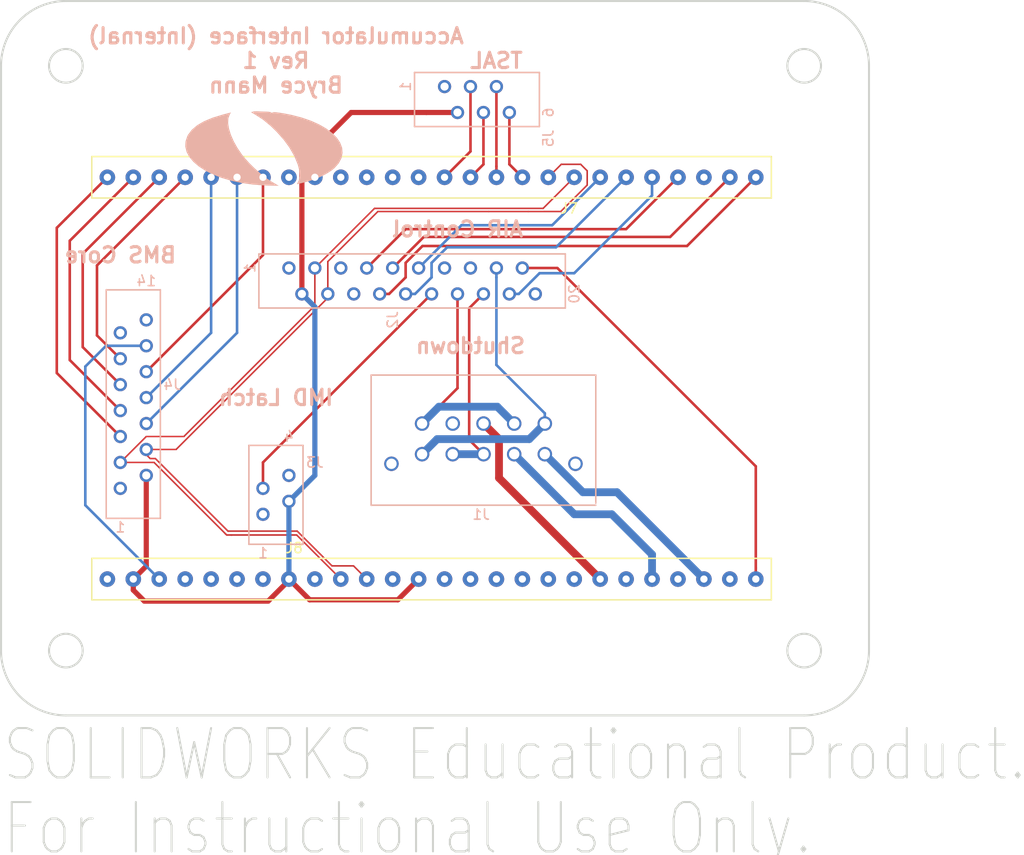
<source format=kicad_pcb>
(kicad_pcb (version 20171130) (host pcbnew 5.0.2-bee76a0~70~ubuntu16.04.1)

  (general
    (thickness 1.6)
    (drawings 20)
    (tracks 173)
    (zones 0)
    (modules 8)
    (nets 49)
  )

  (page A4)
  (layers
    (0 F.Cu signal)
    (1 In1.Cu signal hide)
    (2 In2.Cu signal)
    (31 B.Cu signal)
    (32 B.Adhes user)
    (33 F.Adhes user)
    (34 B.Paste user)
    (35 F.Paste user)
    (36 B.SilkS user)
    (37 F.SilkS user)
    (38 B.Mask user)
    (39 F.Mask user)
    (40 Dwgs.User user)
    (41 Cmts.User user)
    (42 Eco1.User user)
    (43 Eco2.User user)
    (44 Edge.Cuts user)
    (45 Margin user)
    (46 B.CrtYd user)
    (47 F.CrtYd user)
    (48 B.Fab user)
    (49 F.Fab user)
  )

  (setup
    (last_trace_width 0.254)
    (user_trace_width 0.1524)
    (user_trace_width 0.254)
    (user_trace_width 0.508)
    (user_trace_width 0.762)
    (trace_clearance 0.1524)
    (zone_clearance 0.508)
    (zone_45_only no)
    (trace_min 0.1524)
    (segment_width 0.2)
    (edge_width 0.15)
    (via_size 0.6096)
    (via_drill 0.3048)
    (via_min_size 0.6096)
    (via_min_drill 0.3048)
    (uvia_size 0.3)
    (uvia_drill 0.1)
    (uvias_allowed no)
    (uvia_min_size 0.2)
    (uvia_min_drill 0.1)
    (pcb_text_width 0.3)
    (pcb_text_size 1.5 1.5)
    (mod_edge_width 0.15)
    (mod_text_size 1 1)
    (mod_text_width 0.15)
    (pad_size 1.524 1.524)
    (pad_drill 0.762)
    (pad_to_mask_clearance 0.051)
    (solder_mask_min_width 0.25)
    (aux_axis_origin 0 0)
    (visible_elements FFFFFF7F)
    (pcbplotparams
      (layerselection 0x010fc_ffffffff)
      (usegerberextensions false)
      (usegerberattributes false)
      (usegerberadvancedattributes false)
      (creategerberjobfile false)
      (excludeedgelayer true)
      (linewidth 0.100000)
      (plotframeref false)
      (viasonmask false)
      (mode 1)
      (useauxorigin false)
      (hpglpennumber 1)
      (hpglpenspeed 20)
      (hpglpendiameter 15.000000)
      (psnegative false)
      (psa4output false)
      (plotreference true)
      (plotvalue true)
      (plotinvisibletext false)
      (padsonsilk false)
      (subtractmaskfromsilk false)
      (outputformat 1)
      (mirror false)
      (drillshape 1)
      (scaleselection 1)
      (outputdirectory ""))
  )

  (net 0 "")
  (net 1 /BSPD_Current_sense)
  (net 2 /Cooling_pressure_sense)
  (net 3 GND)
  (net 4 /12V)
  (net 5 /FAN_PWM)
  (net 6 /Shutdown_E-STOP)
  (net 7 /CAN_LOW)
  (net 8 /CAN_HIGH)
  (net 9 /Shutdown_Final)
  (net 10 /Shutdown_IMD)
  (net 11 /TSAL-_G)
  (net 12 /TSAL-_R)
  (net 13 /TSAL+_G)
  (net 14 /TSAL+_R)
  (net 15 /5V_AIR)
  (net 16 /MISO_AIR)
  (net 17 /MOSI_AIR)
  (net 18 /SCK_AIR)
  (net 19 /RESET_AIR)
  (net 20 /LED1_AIR)
  (net 21 /LED2_AIR)
  (net 22 /IMD_SENSE)
  (net 23 /BMS_SENSE)
  (net 24 /Shutdown_BMS)
  (net 25 /Shutdown_HVD)
  (net 26 /Shutdown_MP)
  (net 27 /5V_BMS)
  (net 28 /MISO_BMS)
  (net 29 /MOSI_BMS)
  (net 30 /SCK_BMS)
  (net 31 /RESET_BMS)
  (net 32 /LED1_BMS)
  (net 33 /LED2_BMS)
  (net 34 "Net-(J8-Pad25)")
  (net 35 "Net-(J8-Pad6)")
  (net 36 "Net-(J8-Pad5)")
  (net 37 "Net-(J7-Pad19)")
  (net 38 "Net-(J7-Pad15)")
  (net 39 "Net-(J7-Pad16)")
  (net 40 "Net-(J7-Pad17)")
  (net 41 "Net-(J7-Pad18)")
  (net 42 "Net-(J7-Pad14)")
  (net 43 "Net-(J8-Pad14)")
  (net 44 "Net-(J8-Pad15)")
  (net 45 "Net-(J8-Pad21)")
  (net 46 "Net-(J8-Pad23)")
  (net 47 "Net-(J8-Pad17)")
  (net 48 "Net-(J8-Pad19)")

  (net_class Default "This is the default net class."
    (clearance 0.1524)
    (trace_width 0.1524)
    (via_dia 0.6096)
    (via_drill 0.3048)
    (uvia_dia 0.3)
    (uvia_drill 0.1)
    (add_net /12V)
    (add_net /5V_AIR)
    (add_net /5V_BMS)
    (add_net /BMS_SENSE)
    (add_net /BSPD_Current_sense)
    (add_net /CAN_HIGH)
    (add_net /CAN_LOW)
    (add_net /Cooling_pressure_sense)
    (add_net /FAN_PWM)
    (add_net /IMD_SENSE)
    (add_net /LED1_AIR)
    (add_net /LED1_BMS)
    (add_net /LED2_AIR)
    (add_net /LED2_BMS)
    (add_net /MISO_AIR)
    (add_net /MISO_BMS)
    (add_net /MOSI_AIR)
    (add_net /MOSI_BMS)
    (add_net /RESET_AIR)
    (add_net /RESET_BMS)
    (add_net /SCK_AIR)
    (add_net /SCK_BMS)
    (add_net /Shutdown_BMS)
    (add_net /Shutdown_E-STOP)
    (add_net /Shutdown_Final)
    (add_net /Shutdown_HVD)
    (add_net /Shutdown_IMD)
    (add_net /Shutdown_MP)
    (add_net /TSAL+_G)
    (add_net /TSAL+_R)
    (add_net /TSAL-_G)
    (add_net /TSAL-_R)
    (add_net GND)
    (add_net "Net-(J7-Pad14)")
    (add_net "Net-(J7-Pad15)")
    (add_net "Net-(J7-Pad16)")
    (add_net "Net-(J7-Pad17)")
    (add_net "Net-(J7-Pad18)")
    (add_net "Net-(J7-Pad19)")
    (add_net "Net-(J8-Pad14)")
    (add_net "Net-(J8-Pad15)")
    (add_net "Net-(J8-Pad17)")
    (add_net "Net-(J8-Pad19)")
    (add_net "Net-(J8-Pad21)")
    (add_net "Net-(J8-Pad23)")
    (add_net "Net-(J8-Pad25)")
    (add_net "Net-(J8-Pad5)")
    (add_net "Net-(J8-Pad6)")
  )

  (module footprints:micromatch_female_ra_20 (layer B.Cu) (tedit 59EE7AE1) (tstamp 5C81CB3A)
    (at 142.24 66.04 270)
    (path /5C7811DA)
    (fp_text reference J2 (at 5.08 -5.08 270) (layer B.SilkS)
      (effects (font (size 1 1) (thickness 0.15)) (justify mirror))
    )
    (fp_text value MM_F_RA_20 (at 6.35 0 180) (layer B.Fab) hide
      (effects (font (size 1 1) (thickness 0.15)) (justify mirror))
    )
    (fp_text user 20 (at 2.54 -22.86 270) (layer B.SilkS)
      (effects (font (size 1 1) (thickness 0.15)) (justify mirror))
    )
    (fp_text user 1 (at 0 8.89 270) (layer B.SilkS)
      (effects (font (size 1 1) (thickness 0.15)) (justify mirror))
    )
    (fp_line (start -1.38 -21.99) (end 3.92 -21.99) (layer B.SilkS) (width 0.15))
    (fp_line (start -1.38 8.02) (end 3.92 8.02) (layer B.SilkS) (width 0.15))
    (fp_line (start -1.38 -21.99) (end -1.38 8.02) (layer B.SilkS) (width 0.15))
    (fp_line (start 3.92 -21.99) (end 3.92 8.02) (layer B.SilkS) (width 0.15))
    (pad 5 thru_hole circle (at 0 0 270) (size 1.3 1.3) (drill 0.8) (layers *.Cu *.Mask)
      (net 15 /5V_AIR))
    (pad 3 thru_hole circle (at 0 2.54 270) (size 1.3 1.3) (drill 0.8) (layers *.Cu *.Mask)
      (net 8 /CAN_HIGH))
    (pad 1 thru_hole circle (at 0 5.08 270) (size 1.3 1.3) (drill 0.8) (layers *.Cu *.Mask)
      (net 3 GND))
    (pad 7 thru_hole circle (at 0 -2.54 270) (size 1.3 1.3) (drill 0.8) (layers *.Cu *.Mask)
      (net 16 /MISO_AIR))
    (pad 2 thru_hole circle (at 2.54 3.81 270) (size 1.3 1.3) (drill 0.8) (layers *.Cu *.Mask)
      (net 4 /12V))
    (pad 4 thru_hole circle (at 2.54 1.27 270) (size 1.3 1.3) (drill 0.8) (layers *.Cu *.Mask)
      (net 7 /CAN_LOW))
    (pad 6 thru_hole circle (at 2.54 -1.27 270) (size 1.3 1.3) (drill 0.8) (layers *.Cu *.Mask)
      (net 17 /MOSI_AIR))
    (pad 8 thru_hole circle (at 2.54 -3.81 270) (size 1.3 1.3) (drill 0.8) (layers *.Cu *.Mask)
      (net 18 /SCK_AIR))
    (pad 9 thru_hole circle (at 0 -5.08 270) (size 1.3 1.3) (drill 0.8) (layers *.Cu *.Mask)
      (net 19 /RESET_AIR))
    (pad 10 thru_hole circle (at 2.54 -6.35 270) (size 1.3 1.3) (drill 0.8) (layers *.Cu *.Mask)
      (net 20 /LED1_AIR))
    (pad 11 thru_hole circle (at 0 -7.62 270) (size 1.3 1.3) (drill 0.8) (layers *.Cu *.Mask)
      (net 21 /LED2_AIR))
    (pad 12 thru_hole circle (at 2.54 -8.89 270) (size 1.3 1.3) (drill 0.8) (layers *.Cu *.Mask)
      (net 22 /IMD_SENSE))
    (pad 13 thru_hole circle (at 0 -10.16 270) (size 1.3 1.3) (drill 0.8) (layers *.Cu *.Mask)
      (net 23 /BMS_SENSE))
    (pad 14 thru_hole circle (at 2.54 -11.43 270) (size 1.3 1.3) (drill 0.8) (layers *.Cu *.Mask)
      (net 24 /Shutdown_BMS))
    (pad 15 thru_hole circle (at 0 -12.7 270) (size 1.3 1.3) (drill 0.8) (layers *.Cu *.Mask)
      (net 10 /Shutdown_IMD))
    (pad 16 thru_hole circle (at 2.54 -13.97 270) (size 1.3 1.3) (drill 0.8) (layers *.Cu *.Mask)
      (net 25 /Shutdown_HVD))
    (pad 17 thru_hole circle (at 0 -15.24 270) (size 1.3 1.3) (drill 0.8) (layers *.Cu *.Mask)
      (net 26 /Shutdown_MP))
    (pad 18 thru_hole circle (at 2.54 -16.51 270) (size 1.3 1.3) (drill 0.8) (layers *.Cu *.Mask)
      (net 15 /5V_AIR))
    (pad 19 thru_hole circle (at 0 -17.78 270) (size 1.3 1.3) (drill 0.8) (layers *.Cu *.Mask)
      (net 2 /Cooling_pressure_sense))
    (pad 20 thru_hole circle (at 2.54 -19.05 270) (size 1.3 1.3) (drill 0.8) (layers *.Cu *.Mask)
      (net 3 GND))
  )

  (module footprints:micromatch_female_ra_4 (layer B.Cu) (tedit 59EE8038) (tstamp 5C81CB48)
    (at 134.62 85.09)
    (path /5C780DA3)
    (fp_text reference J3 (at 5.08 0) (layer B.SilkS)
      (effects (font (size 1 1) (thickness 0.15)) (justify mirror))
    )
    (fp_text value MM_F_RA_04 (at 6.35 1.27 -90) (layer B.Fab) hide
      (effects (font (size 1 1) (thickness 0.15)) (justify mirror))
    )
    (fp_text user 4 (at 2.54 -2.54) (layer B.SilkS)
      (effects (font (size 1 1) (thickness 0.15)) (justify mirror))
    )
    (fp_text user 1 (at 0 8.89) (layer B.SilkS)
      (effects (font (size 1 1) (thickness 0.15)) (justify mirror))
    )
    (fp_line (start -1.38 -1.67) (end 3.92 -1.67) (layer B.SilkS) (width 0.15))
    (fp_line (start -1.38 8.02) (end 3.92 8.02) (layer B.SilkS) (width 0.15))
    (fp_line (start -1.38 -1.67) (end -1.38 8.02) (layer B.SilkS) (width 0.15))
    (fp_line (start 3.92 -1.67) (end 3.92 8.02) (layer B.SilkS) (width 0.15))
    (pad 3 thru_hole circle (at 0 2.54) (size 1.3 1.3) (drill 0.8) (layers *.Cu *.Mask)
      (net 22 /IMD_SENSE))
    (pad 1 thru_hole circle (at 0 5.08) (size 1.3 1.3) (drill 0.8) (layers *.Cu *.Mask)
      (net 3 GND))
    (pad 2 thru_hole circle (at 2.54 3.81) (size 1.3 1.3) (drill 0.8) (layers *.Cu *.Mask)
      (net 4 /12V))
    (pad 4 thru_hole circle (at 2.54 1.27) (size 1.3 1.3) (drill 0.8) (layers *.Cu *.Mask)
      (net 3 GND))
  )

  (module footprints:micromatch_female_ra_14 (layer B.Cu) (tedit 59EE7F5B) (tstamp 5C81CB60)
    (at 120.65 82.55)
    (path /5C780FF6)
    (fp_text reference J4 (at 5.08 -5.08) (layer B.SilkS)
      (effects (font (size 1 1) (thickness 0.15)) (justify mirror))
    )
    (fp_text value MM_F_RA_14 (at 6.35 0 -90) (layer B.Fab) hide
      (effects (font (size 1 1) (thickness 0.15)) (justify mirror))
    )
    (fp_text user 14 (at 2.54 -15.24) (layer B.SilkS)
      (effects (font (size 1 1) (thickness 0.15)) (justify mirror))
    )
    (fp_text user 1 (at 0 8.89) (layer B.SilkS)
      (effects (font (size 1 1) (thickness 0.15)) (justify mirror))
    )
    (fp_line (start -1.38 -14.37) (end 3.92 -14.37) (layer B.SilkS) (width 0.15))
    (fp_line (start -1.38 8.02) (end 3.92 8.02) (layer B.SilkS) (width 0.15))
    (fp_line (start -1.38 -14.37) (end -1.38 8.02) (layer B.SilkS) (width 0.15))
    (fp_line (start 3.92 -14.37) (end 3.92 8.02) (layer B.SilkS) (width 0.15))
    (pad 5 thru_hole circle (at 0 0) (size 1.3 1.3) (drill 0.8) (layers *.Cu *.Mask)
      (net 27 /5V_BMS))
    (pad 3 thru_hole circle (at 0 2.54) (size 1.3 1.3) (drill 0.8) (layers *.Cu *.Mask)
      (net 8 /CAN_HIGH))
    (pad 1 thru_hole circle (at 0 5.08) (size 1.3 1.3) (drill 0.8) (layers *.Cu *.Mask)
      (net 3 GND))
    (pad 7 thru_hole circle (at 0 -2.54) (size 1.3 1.3) (drill 0.8) (layers *.Cu *.Mask)
      (net 28 /MISO_BMS))
    (pad 2 thru_hole circle (at 2.54 3.81) (size 1.3 1.3) (drill 0.8) (layers *.Cu *.Mask)
      (net 4 /12V))
    (pad 4 thru_hole circle (at 2.54 1.27) (size 1.3 1.3) (drill 0.8) (layers *.Cu *.Mask)
      (net 7 /CAN_LOW))
    (pad 6 thru_hole circle (at 2.54 -1.27) (size 1.3 1.3) (drill 0.8) (layers *.Cu *.Mask)
      (net 29 /MOSI_BMS))
    (pad 8 thru_hole circle (at 2.54 -3.81) (size 1.3 1.3) (drill 0.8) (layers *.Cu *.Mask)
      (net 30 /SCK_BMS))
    (pad 9 thru_hole circle (at 0 -5.08) (size 1.3 1.3) (drill 0.8) (layers *.Cu *.Mask)
      (net 31 /RESET_BMS))
    (pad 10 thru_hole circle (at 2.54 -6.35) (size 1.3 1.3) (drill 0.8) (layers *.Cu *.Mask)
      (net 32 /LED1_BMS))
    (pad 11 thru_hole circle (at 0 -7.62) (size 1.3 1.3) (drill 0.8) (layers *.Cu *.Mask)
      (net 33 /LED2_BMS))
    (pad 12 thru_hole circle (at 2.54 -8.89) (size 1.3 1.3) (drill 0.8) (layers *.Cu *.Mask)
      (net 5 /FAN_PWM))
    (pad 13 thru_hole circle (at 0 -10.16) (size 1.3 1.3) (drill 0.8) (layers *.Cu *.Mask)
      (net 23 /BMS_SENSE))
    (pad 14 thru_hole circle (at 2.54 -11.43) (size 1.3 1.3) (drill 0.8) (layers *.Cu *.Mask)
      (net 1 /BSPD_Current_sense))
  )

  (module footprints:micromatch_female_ra_6 (layer B.Cu) (tedit 59EE800C) (tstamp 5C81CB70)
    (at 157.48 48.26 270)
    (path /5C781441)
    (fp_text reference J5 (at 5.08 -5.08 270) (layer B.SilkS)
      (effects (font (size 1 1) (thickness 0.15)) (justify mirror))
    )
    (fp_text value MM_F_RA_06 (at 6.35 0 180) (layer B.Fab) hide
      (effects (font (size 1 1) (thickness 0.15)) (justify mirror))
    )
    (fp_text user 6 (at 2.54 -5.08 270) (layer B.SilkS)
      (effects (font (size 1 1) (thickness 0.15)) (justify mirror))
    )
    (fp_text user 1 (at 0 8.89 270) (layer B.SilkS)
      (effects (font (size 1 1) (thickness 0.15)) (justify mirror))
    )
    (fp_line (start -1.38 -4.21) (end 3.92 -4.21) (layer B.SilkS) (width 0.15))
    (fp_line (start -1.38 8.02) (end 3.92 8.02) (layer B.SilkS) (width 0.15))
    (fp_line (start -1.38 -4.21) (end -1.38 8.02) (layer B.SilkS) (width 0.15))
    (fp_line (start 3.92 -4.21) (end 3.92 8.02) (layer B.SilkS) (width 0.15))
    (pad 5 thru_hole circle (at 0 0 270) (size 1.3 1.3) (drill 0.8) (layers *.Cu *.Mask)
      (net 13 /TSAL+_G))
    (pad 3 thru_hole circle (at 0 2.54 270) (size 1.3 1.3) (drill 0.8) (layers *.Cu *.Mask)
      (net 14 /TSAL+_R))
    (pad 1 thru_hole circle (at 0 5.08 270) (size 1.3 1.3) (drill 0.8) (layers *.Cu *.Mask)
      (net 3 GND))
    (pad 2 thru_hole circle (at 2.54 3.81 270) (size 1.3 1.3) (drill 0.8) (layers *.Cu *.Mask)
      (net 4 /12V))
    (pad 4 thru_hole circle (at 2.54 1.27 270) (size 1.3 1.3) (drill 0.8) (layers *.Cu *.Mask)
      (net 12 /TSAL-_R))
    (pad 6 thru_hole circle (at 2.54 -1.27 270) (size 1.3 1.3) (drill 0.8) (layers *.Cu *.Mask)
      (net 11 /TSAL-_G))
  )

  (module footprints:26pos_screwsocket_.1in (layer F.Cu) (tedit 5C9A4FB4) (tstamp 5C9AA87C)
    (at 182.88 57.15 180)
    (path /5C9AF490)
    (fp_text reference J7 (at 18.288 -3.048) (layer F.SilkS)
      (effects (font (size 1 1) (thickness 0.15)))
    )
    (fp_text value SS-126-G-2 (at 7.112 -3.556 180) (layer F.Fab)
      (effects (font (size 1 1) (thickness 0.15)))
    )
    (fp_line (start -1.524 -2.032) (end -1.524 2.032) (layer F.SilkS) (width 0.15))
    (fp_line (start -1.524 2.032) (end 65.024 2.032) (layer F.SilkS) (width 0.15))
    (fp_line (start 65.024 -2.032) (end -1.524 -2.032) (layer F.SilkS) (width 0.15))
    (fp_line (start 65.024 -2.032) (end 65.024 2.032) (layer F.SilkS) (width 0.15))
    (pad 1 thru_hole circle (at 0 0 180) (size 1.524 1.524) (drill 0.71) (layers *.Cu *.Mask)
      (net 18 /SCK_AIR))
    (pad 2 thru_hole circle (at 2.54 0 180) (size 1.524 1.524) (drill 0.71) (layers *.Cu *.Mask)
      (net 19 /RESET_AIR))
    (pad 3 thru_hole circle (at 5.08 0 180) (size 1.524 1.524) (drill 0.71) (layers *.Cu *.Mask)
      (net 17 /MOSI_AIR))
    (pad 4 thru_hole circle (at 7.62 0 180) (size 1.524 1.524) (drill 0.71) (layers *.Cu *.Mask)
      (net 16 /MISO_AIR))
    (pad 5 thru_hole circle (at 10.16 0 180) (size 1.524 1.524) (drill 0.71) (layers *.Cu *.Mask)
      (net 15 /5V_AIR))
    (pad 8 thru_hole circle (at 17.78 0 270) (size 1.524 1.524) (drill 0.71) (layers *.Cu *.Mask)
      (net 8 /CAN_HIGH))
    (pad 10 thru_hole circle (at 22.86 0 180) (size 1.524 1.524) (drill 0.71) (layers *.Cu *.Mask)
      (net 11 /TSAL-_G))
    (pad 6 thru_hole circle (at 12.7 0 180) (size 1.524 1.524) (drill 0.71) (layers *.Cu *.Mask)
      (net 20 /LED1_AIR))
    (pad 9 thru_hole circle (at 20.32 0 180) (size 1.524 1.524) (drill 0.71) (layers *.Cu *.Mask)
      (net 7 /CAN_LOW))
    (pad 7 thru_hole circle (at 15.24 0 180) (size 1.524 1.524) (drill 0.71) (layers *.Cu *.Mask)
      (net 21 /LED2_AIR))
    (pad 19 thru_hole circle (at 45.72 0 180) (size 1.524 1.524) (drill 0.71) (layers *.Cu *.Mask)
      (net 37 "Net-(J7-Pad19)"))
    (pad 13 thru_hole circle (at 30.48 0 180) (size 1.524 1.524) (drill 0.71) (layers *.Cu *.Mask)
      (net 14 /TSAL+_R))
    (pad 20 thru_hole circle (at 48.26 0 180) (size 1.524 1.524) (drill 0.71) (layers *.Cu *.Mask)
      (net 32 /LED1_BMS))
    (pad 15 thru_hole circle (at 35.56 0 180) (size 1.524 1.524) (drill 0.71) (layers *.Cu *.Mask)
      (net 38 "Net-(J7-Pad15)"))
    (pad 11 thru_hole circle (at 25.4 0 180) (size 1.524 1.524) (drill 0.71) (layers *.Cu *.Mask)
      (net 13 /TSAL+_G))
    (pad 16 thru_hole circle (at 38.1 0 180) (size 1.524 1.524) (drill 0.71) (layers *.Cu *.Mask)
      (net 39 "Net-(J7-Pad16)"))
    (pad 17 thru_hole circle (at 40.64 0 180) (size 1.524 1.524) (drill 0.71) (layers *.Cu *.Mask)
      (net 40 "Net-(J7-Pad17)"))
    (pad 18 thru_hole circle (at 43.18 0 270) (size 1.524 1.524) (drill 0.71) (layers *.Cu *.Mask)
      (net 41 "Net-(J7-Pad18)"))
    (pad 14 thru_hole circle (at 33.02 0 180) (size 1.524 1.524) (drill 0.71) (layers *.Cu *.Mask)
      (net 42 "Net-(J7-Pad14)"))
    (pad 12 thru_hole circle (at 27.94 0 180) (size 1.524 1.524) (drill 0.71) (layers *.Cu *.Mask)
      (net 12 /TSAL-_R))
    (pad 24 thru_hole circle (at 58.42 0 270) (size 1.524 1.524) (drill 0.71) (layers *.Cu *.Mask)
      (net 31 /RESET_BMS))
    (pad 22 thru_hole circle (at 53.34 0 180) (size 1.524 1.524) (drill 0.71) (layers *.Cu *.Mask)
      (net 30 /SCK_BMS))
    (pad 23 thru_hole circle (at 55.88 0 180) (size 1.524 1.524) (drill 0.71) (layers *.Cu *.Mask)
      (net 33 /LED2_BMS))
    (pad 25 thru_hole circle (at 60.96 0 180) (size 1.524 1.524) (drill 0.71) (layers *.Cu *.Mask)
      (net 28 /MISO_BMS))
    (pad 26 thru_hole circle (at 63.5 0 180) (size 1.524 1.524) (drill 0.71) (layers *.Cu *.Mask)
      (net 27 /5V_BMS))
    (pad 21 thru_hole circle (at 50.8 0 180) (size 1.524 1.524) (drill 0.71) (layers *.Cu *.Mask)
      (net 29 /MOSI_BMS))
  )

  (module footprints:26pos_screwsocket_.1in (layer F.Cu) (tedit 5C9A4FB4) (tstamp 5C9AA89E)
    (at 119.38 96.52)
    (path /5C9B15E7)
    (fp_text reference J8 (at 18.288 -3.048 180) (layer F.SilkS)
      (effects (font (size 1 1) (thickness 0.15)))
    )
    (fp_text value SS-126-G-2 (at 7.112 -3.556) (layer F.Fab)
      (effects (font (size 1 1) (thickness 0.15)))
    )
    (fp_line (start 65.024 -2.032) (end 65.024 2.032) (layer F.SilkS) (width 0.15))
    (fp_line (start 65.024 -2.032) (end -1.524 -2.032) (layer F.SilkS) (width 0.15))
    (fp_line (start -1.524 2.032) (end 65.024 2.032) (layer F.SilkS) (width 0.15))
    (fp_line (start -1.524 -2.032) (end -1.524 2.032) (layer F.SilkS) (width 0.15))
    (pad 21 thru_hole circle (at 50.8 0) (size 1.524 1.524) (drill 0.71) (layers *.Cu *.Mask)
      (net 45 "Net-(J8-Pad21)"))
    (pad 26 thru_hole circle (at 63.5 0) (size 1.524 1.524) (drill 0.71) (layers *.Cu *.Mask)
      (net 2 /Cooling_pressure_sense))
    (pad 25 thru_hole circle (at 60.96 0) (size 1.524 1.524) (drill 0.71) (layers *.Cu *.Mask)
      (net 34 "Net-(J8-Pad25)"))
    (pad 23 thru_hole circle (at 55.88 0) (size 1.524 1.524) (drill 0.71) (layers *.Cu *.Mask)
      (net 46 "Net-(J8-Pad23)"))
    (pad 22 thru_hole circle (at 53.34 0) (size 1.524 1.524) (drill 0.71) (layers *.Cu *.Mask)
      (net 6 /Shutdown_E-STOP))
    (pad 24 thru_hole circle (at 58.42 0 90) (size 1.524 1.524) (drill 0.71) (layers *.Cu *.Mask)
      (net 10 /Shutdown_IMD))
    (pad 12 thru_hole circle (at 27.94 0) (size 1.524 1.524) (drill 0.71) (layers *.Cu *.Mask)
      (net 3 GND))
    (pad 14 thru_hole circle (at 33.02 0) (size 1.524 1.524) (drill 0.71) (layers *.Cu *.Mask)
      (net 43 "Net-(J8-Pad14)"))
    (pad 18 thru_hole circle (at 43.18 0 90) (size 1.524 1.524) (drill 0.71) (layers *.Cu *.Mask)
      (net 3 GND))
    (pad 17 thru_hole circle (at 40.64 0) (size 1.524 1.524) (drill 0.71) (layers *.Cu *.Mask)
      (net 47 "Net-(J8-Pad17)"))
    (pad 16 thru_hole circle (at 38.1 0) (size 1.524 1.524) (drill 0.71) (layers *.Cu *.Mask)
      (net 15 /5V_AIR))
    (pad 11 thru_hole circle (at 25.4 0) (size 1.524 1.524) (drill 0.71) (layers *.Cu *.Mask)
      (net 7 /CAN_LOW))
    (pad 15 thru_hole circle (at 35.56 0) (size 1.524 1.524) (drill 0.71) (layers *.Cu *.Mask)
      (net 44 "Net-(J8-Pad15)"))
    (pad 20 thru_hole circle (at 48.26 0) (size 1.524 1.524) (drill 0.71) (layers *.Cu *.Mask)
      (net 9 /Shutdown_Final))
    (pad 13 thru_hole circle (at 30.48 0) (size 1.524 1.524) (drill 0.71) (layers *.Cu *.Mask)
      (net 4 /12V))
    (pad 19 thru_hole circle (at 45.72 0) (size 1.524 1.524) (drill 0.71) (layers *.Cu *.Mask)
      (net 48 "Net-(J8-Pad19)"))
    (pad 7 thru_hole circle (at 15.24 0) (size 1.524 1.524) (drill 0.71) (layers *.Cu *.Mask)
      (net 3 GND))
    (pad 9 thru_hole circle (at 20.32 0) (size 1.524 1.524) (drill 0.71) (layers *.Cu *.Mask)
      (net 3 GND))
    (pad 6 thru_hole circle (at 12.7 0) (size 1.524 1.524) (drill 0.71) (layers *.Cu *.Mask)
      (net 35 "Net-(J8-Pad6)"))
    (pad 10 thru_hole circle (at 22.86 0) (size 1.524 1.524) (drill 0.71) (layers *.Cu *.Mask)
      (net 8 /CAN_HIGH))
    (pad 8 thru_hole circle (at 17.78 0 90) (size 1.524 1.524) (drill 0.71) (layers *.Cu *.Mask)
      (net 4 /12V))
    (pad 5 thru_hole circle (at 10.16 0) (size 1.524 1.524) (drill 0.71) (layers *.Cu *.Mask)
      (net 36 "Net-(J8-Pad5)"))
    (pad 4 thru_hole circle (at 7.62 0) (size 1.524 1.524) (drill 0.71) (layers *.Cu *.Mask)
      (net 1 /BSPD_Current_sense))
    (pad 3 thru_hole circle (at 5.08 0) (size 1.524 1.524) (drill 0.71) (layers *.Cu *.Mask)
      (net 5 /FAN_PWM))
    (pad 2 thru_hole circle (at 2.54 0) (size 1.524 1.524) (drill 0.71) (layers *.Cu *.Mask)
      (net 4 /12V))
    (pad 1 thru_hole circle (at 0 0) (size 1.524 1.524) (drill 0.71) (layers *.Cu *.Mask)
      (net 3 GND))
  )

  (module footprints:Olin_O (layer B.Cu) (tedit 0) (tstamp 5C9D6908)
    (at 134.62 54.61)
    (fp_text reference G*** (at 10.16 5.08) (layer B.SilkS) hide
      (effects (font (size 1.524 1.524) (thickness 0.3)) (justify mirror))
    )
    (fp_text value LOGO (at 10.16 7.62) (layer B.SilkS) hide
      (effects (font (size 1.524 1.524) (thickness 0.3)) (justify mirror))
    )
    (fp_poly (pts (xy 0.78907 2.933726) (xy 0.297169 2.603291) (xy -0.249654 2.169905) (xy -0.811 1.670573)
      (xy -1.346471 1.1423) (xy -1.815667 0.622091) (xy -2.036037 0.345931) (xy -2.493304 -0.320664)
      (xy -2.866143 -0.986545) (xy -3.148527 -1.632052) (xy -3.33443 -2.237523) (xy -3.417825 -2.783297)
      (xy -3.392687 -3.249711) (xy -3.252989 -3.617104) (xy -3.251451 -3.6195) (xy -3.169272 -3.757194)
      (xy -3.151881 -3.805837) (xy -3.238357 -3.784085) (xy -3.451232 -3.729169) (xy -3.753084 -3.650766)
      (xy -3.937 -3.602827) (xy -4.929803 -3.301284) (xy -5.762117 -2.955854) (xy -6.437575 -2.564339)
      (xy -6.959808 -2.124543) (xy -7.332449 -1.634266) (xy -7.40086 -1.507176) (xy -7.582592 -0.976433)
      (xy -7.604253 -0.451032) (xy -7.475103 0.063274) (xy -7.204403 0.560731) (xy -6.801416 1.035585)
      (xy -6.275401 1.482082) (xy -5.63562 1.894469) (xy -4.891334 2.266991) (xy -4.051805 2.593894)
      (xy -3.126293 2.869426) (xy -2.12406 3.087831) (xy -1.054367 3.243355) (xy 0.073526 3.330246)
      (xy 0.403482 3.341618) (xy 1.526631 3.369785) (xy 0.78907 2.933726)) (layer B.SilkS) (width 0.01))
    (fp_poly (pts (xy 3.442983 3.189143) (xy 3.593457 3.149129) (xy 3.859628 3.080824) (xy 4.192829 2.996675)
      (xy 4.318 2.965353) (xy 4.950523 2.771412) (xy 5.589166 2.511366) (xy 6.187709 2.208074)
      (xy 6.699928 1.884399) (xy 7.006464 1.635631) (xy 7.427728 1.15255) (xy 7.68721 0.655705)
      (xy 7.791208 0.151883) (xy 7.746021 -0.352128) (xy 7.557949 -0.849541) (xy 7.23329 -1.333569)
      (xy 6.778343 -1.797426) (xy 6.199408 -2.234324) (xy 5.502783 -2.637476) (xy 4.694767 -3.000096)
      (xy 3.78166 -3.315395) (xy 2.769759 -3.576588) (xy 2.037525 -3.718298) (xy 1.579989 -3.791873)
      (xy 1.263227 -3.832252) (xy 1.062288 -3.841026) (xy 0.952225 -3.819783) (xy 0.916988 -3.789688)
      (xy 0.858074 -3.735928) (xy 0.847963 -3.779733) (xy 0.766319 -3.839404) (xy 0.537525 -3.878973)
      (xy 0.3175 -3.891838) (xy -0.049381 -3.903054) (xy -0.420533 -3.915266) (xy -0.613858 -3.922106)
      (xy -0.848176 -3.919314) (xy -0.993137 -3.895498) (xy -1.016025 -3.876157) (xy -1.081706 -3.846379)
      (xy -1.164166 -3.861997) (xy -1.171663 -3.848862) (xy -1.054877 -3.771153) (xy -0.838402 -3.644985)
      (xy -0.801282 -3.624227) (xy -0.008948 -3.11414) (xy 0.773964 -2.467576) (xy 1.356472 -1.894766)
      (xy 2.033545 -1.129263) (xy 2.578075 -0.383663) (xy 3.016751 0.379744) (xy 3.126149 0.605915)
      (xy 3.414204 1.311966) (xy 3.572957 1.91735) (xy 3.603305 2.429665) (xy 3.50615 2.856508)
      (xy 3.413505 3.034819) (xy 3.334494 3.173405) (xy 3.358577 3.208225) (xy 3.442983 3.189143)) (layer B.SilkS) (width 0.01))
  )

  (module footprints:MicroFit_VT_10 (layer B.Cu) (tedit 5CA6961A) (tstamp 5CA6BE81)
    (at 156.21 81.28 180)
    (path /5CA728E2)
    (fp_text reference J1 (at 0.2286 -8.9154 180) (layer B.SilkS)
      (effects (font (size 1 1) (thickness 0.15)) (justify mirror))
    )
    (fp_text value MicroFit_VT_10 (at 0.0508 1.9304 180) (layer B.Fab)
      (effects (font (size 1 1) (thickness 0.15)) (justify mirror))
    )
    (fp_line (start 11 4.75) (end 11 -8) (layer B.SilkS) (width 0.15))
    (fp_line (start -11 4.75) (end -11 -7.8) (layer B.SilkS) (width 0.15))
    (fp_line (start -11 4.75) (end 11 4.75) (layer B.SilkS) (width 0.15))
    (fp_line (start -11 -8) (end 11 -8) (layer B.SilkS) (width 0.15))
    (pad 10 thru_hole circle (at 6.01 -3.002 180) (size 1.42 1.42) (drill 1.02) (layers *.Cu *.Mask)
      (net 26 /Shutdown_MP))
    (pad 9 thru_hole circle (at 3.01 -3.002 180) (size 1.42 1.42) (drill 1.02) (layers *.Cu *.Mask)
      (net 25 /Shutdown_HVD))
    (pad 8 thru_hole circle (at -0.01 -3.002 180) (size 1.42 1.42) (drill 1.02) (layers *.Cu *.Mask)
      (net 25 /Shutdown_HVD))
    (pad 7 thru_hole circle (at -3.01 -3.002 180) (size 1.42 1.42) (drill 1.02) (layers *.Cu *.Mask)
      (net 6 /Shutdown_E-STOP))
    (pad 6 thru_hole circle (at -6.01 -3.002 180) (size 1.42 1.42) (drill 1.02) (layers *.Cu *.Mask)
      (net 10 /Shutdown_IMD))
    (pad 5 thru_hole circle (at 6.01 -0.002 180) (size 1.42 1.42) (drill 1.02) (layers *.Cu *.Mask)
      (net 24 /Shutdown_BMS))
    (pad 4 thru_hole circle (at 3.01 -0.002 180) (size 1.42 1.42) (drill 1.02) (layers *.Cu *.Mask)
      (net 3 GND))
    (pad 3 thru_hole circle (at -0.01 -0.002 180) (size 1.42 1.42) (drill 1.02) (layers *.Cu *.Mask)
      (net 9 /Shutdown_Final))
    (pad 2 thru_hole circle (at -3.01 -0.002 180) (size 1.42 1.42) (drill 1.02) (layers *.Cu *.Mask)
      (net 24 /Shutdown_BMS))
    (pad 1 thru_hole circle (at -6.01 -0.002 180) (size 1.42 1.42) (drill 1.02) (layers *.Cu *.Mask)
      (net 26 /Shutdown_MP))
    (pad "" thru_hole circle (at -9.01 -3.942 180) (size 1.42 1.42) (drill 1.02) (layers *.Cu *.Mask))
    (pad "" thru_hole circle (at 9.01 -3.942 180) (size 1.42 1.42) (drill 1.02) (layers *.Cu *.Mask))
    (model ${LOCAL_DIR}/OEM_Preferred_Parts/3DModels/MicroFit-10-RA/MicroFit-10-RA.stp
      (offset (xyz 0 -0.2539999961853027 4.444999933242798))
      (scale (xyz 1 1 1))
      (rotate (xyz -90 0 180))
    )
  )

  (gr_text "Accumulator Interface (Internal)\nRev 1\nBryce Mann" (at 135.89 45.72) (layer B.SilkS)
    (effects (font (size 1.5 1.5) (thickness 0.3)) (justify mirror))
  )
  (gr_text "BMS Core" (at 120.65 64.77) (layer B.SilkS)
    (effects (font (size 1.5 1.5) (thickness 0.3)) (justify mirror))
  )
  (gr_text "IMD Latch" (at 135.89 78.74) (layer B.SilkS)
    (effects (font (size 1.5 1.5) (thickness 0.3)) (justify mirror))
  )
  (gr_text TSAL (at 157.48 45.72) (layer B.SilkS)
    (effects (font (size 1.5 1.5) (thickness 0.3)) (justify mirror))
  )
  (gr_text Shutdown (at 154.94 73.66) (layer B.SilkS)
    (effects (font (size 1.5 1.5) (thickness 0.3)) (justify mirror))
  )
  (gr_text "AIR Control" (at 153.67 62.23) (layer B.SilkS)
    (effects (font (size 1.5 1.5) (thickness 0.3)) (justify mirror))
  )
  (gr_arc (start 187.616 103.528) (end 187.616 109.878) (angle -90) (layer Edge.Cuts) (width 0.2))
  (gr_arc (start 115.316 46.228) (end 115.316 39.878) (angle -90) (layer Edge.Cuts) (width 0.2))
  (gr_line (start 115.316 39.878) (end 187.616 39.878) (layer Edge.Cuts) (width 0.2))
  (gr_arc (start 115.316 103.528) (end 108.966 103.528) (angle -90) (layer Edge.Cuts) (width 0.2))
  (gr_line (start 108.966 103.528) (end 108.966 46.228) (layer Edge.Cuts) (width 0.2))
  (gr_text "SOLIDWORKS Educational Product." (at 108.966 110.897566) (layer Edge.Cuts)
    (effects (font (size 4.83362 3.866896) (thickness 0.2)) (justify left top))
  )
  (gr_circle (center 187.616 103.528) (end 189.267 103.528) (layer Edge.Cuts) (width 0.2))
  (gr_circle (center 115.316 103.528) (end 116.967 103.528) (layer Edge.Cuts) (width 0.2))
  (gr_line (start 187.616 109.878) (end 115.316 109.878) (layer Edge.Cuts) (width 0.2))
  (gr_text "For Instructional Use Only." (at 108.966 118.147996) (layer Edge.Cuts)
    (effects (font (size 4.83362 3.866896) (thickness 0.2)) (justify left top))
  )
  (gr_arc (start 187.616 46.228) (end 193.966 46.228) (angle -90) (layer Edge.Cuts) (width 0.2))
  (gr_line (start 193.966 46.228) (end 193.966 103.528) (layer Edge.Cuts) (width 0.2))
  (gr_circle (center 187.616 46.228) (end 189.267 46.228) (layer Edge.Cuts) (width 0.2))
  (gr_circle (center 115.316 46.228) (end 116.967 46.228) (layer Edge.Cuts) (width 0.2))

  (segment (start 117.983 72.898) (end 119.761 71.12) (width 0.254) (layer In2.Cu) (net 1))
  (segment (start 119.761 71.12) (end 123.19 71.12) (width 0.254) (layer In2.Cu) (net 1))
  (segment (start 117.983 87.503) (end 117.983 72.898) (width 0.254) (layer In2.Cu) (net 1))
  (segment (start 127 96.52) (end 117.983 87.503) (width 0.254) (layer In2.Cu) (net 1))
  (segment (start 182.88 95.44237) (end 182.88 96.52) (width 0.254) (layer F.Cu) (net 2))
  (segment (start 163.449 66.04) (end 182.88 85.471) (width 0.254) (layer F.Cu) (net 2))
  (segment (start 182.88 85.471) (end 182.88 95.44237) (width 0.254) (layer F.Cu) (net 2))
  (segment (start 160.02 66.04) (end 163.449 66.04) (width 0.254) (layer F.Cu) (net 2))
  (segment (start 121.92 97.59763) (end 123.00137 98.679) (width 0.508) (layer F.Cu) (net 4))
  (segment (start 121.92 96.52) (end 121.92 97.59763) (width 0.508) (layer F.Cu) (net 4))
  (segment (start 123.00137 98.679) (end 135.128 98.679) (width 0.508) (layer F.Cu) (net 4))
  (segment (start 135.128 98.679) (end 137.16 96.647) (width 0.508) (layer F.Cu) (net 4))
  (segment (start 137.16 96.52) (end 139.192 98.552) (width 0.508) (layer F.Cu) (net 4))
  (segment (start 139.192 98.552) (end 147.828 98.552) (width 0.508) (layer F.Cu) (net 4))
  (segment (start 147.828 98.552) (end 149.86 96.52) (width 0.508) (layer F.Cu) (net 4))
  (segment (start 123.19 86.36) (end 123.19 95.25) (width 0.508) (layer F.Cu) (net 4))
  (segment (start 123.19 95.25) (end 121.92 96.52) (width 0.508) (layer F.Cu) (net 4))
  (segment (start 153.67 50.8) (end 150.622 50.8) (width 0.508) (layer F.Cu) (net 4))
  (segment (start 150.622 50.8) (end 143.256 50.8) (width 0.508) (layer F.Cu) (net 4))
  (segment (start 143.256 50.8) (end 138.43 55.626) (width 0.508) (layer F.Cu) (net 4))
  (segment (start 138.43 55.626) (end 138.43 68.58) (width 0.508) (layer F.Cu) (net 4))
  (segment (start 137.16 96.52) (end 137.16 88.9) (width 0.508) (layer B.Cu) (net 4))
  (segment (start 137.16 88.9) (end 139.7 86.36) (width 0.508) (layer B.Cu) (net 4))
  (segment (start 139.7 86.36) (end 139.7 69.85) (width 0.508) (layer B.Cu) (net 4))
  (segment (start 139.7 69.85) (end 138.43 68.58) (width 0.508) (layer B.Cu) (net 4))
  (segment (start 124.46 96.52) (end 117.221 89.281) (width 0.254) (layer B.Cu) (net 5))
  (segment (start 117.221 89.281) (end 117.221 75.692) (width 0.254) (layer B.Cu) (net 5))
  (segment (start 119.253 73.66) (end 123.19 73.66) (width 0.254) (layer B.Cu) (net 5))
  (segment (start 117.221 75.692) (end 119.253 73.66) (width 0.254) (layer B.Cu) (net 5))
  (segment (start 165.108 90.17) (end 159.22 84.282) (width 0.762) (layer B.Cu) (net 6))
  (segment (start 165.108 90.17) (end 168.783 90.17) (width 0.762) (layer B.Cu) (net 6))
  (segment (start 172.72 94.107) (end 172.72 96.52) (width 0.762) (layer B.Cu) (net 6))
  (segment (start 168.783 90.17) (end 172.72 94.107) (width 0.762) (layer B.Cu) (net 6))
  (segment (start 144.78 96.52) (end 143.484967 95.224967) (width 0.1524) (layer F.Cu) (net 7))
  (segment (start 143.484967 95.224967) (end 141.376033 95.224967) (width 0.1524) (layer F.Cu) (net 7))
  (segment (start 141.376033 95.224967) (end 139.788533 93.637467) (width 0.1524) (layer F.Cu) (net 7))
  (segment (start 139.788533 93.637467) (end 137.972066 91.821) (width 0.1524) (layer F.Cu) (net 7))
  (segment (start 137.972066 91.821) (end 131.191 91.821) (width 0.1524) (layer F.Cu) (net 7))
  (segment (start 140.97 68.58) (end 140.97 69.088) (width 0.1524) (layer F.Cu) (net 7))
  (segment (start 140.97 68.58) (end 140.97 68.834) (width 0.1524) (layer F.Cu) (net 7))
  (segment (start 140.97 68.834) (end 140.97 68.961) (width 0.1524) (layer F.Cu) (net 7))
  (segment (start 140.97 68.961) (end 126.111 83.82) (width 0.1524) (layer F.Cu) (net 7))
  (segment (start 126.111 83.82) (end 123.19 83.82) (width 0.1524) (layer F.Cu) (net 7))
  (segment (start 124.079 84.709) (end 123.571 84.709) (width 0.1524) (layer F.Cu) (net 7))
  (segment (start 131.191 91.821) (end 124.079 84.709) (width 0.1524) (layer F.Cu) (net 7))
  (segment (start 123.571 84.709) (end 123.317 84.455) (width 0.1524) (layer F.Cu) (net 7))
  (segment (start 123.317 84.455) (end 123.19 84.328) (width 0.1524) (layer F.Cu) (net 7))
  (segment (start 123.19 84.328) (end 123.19 83.82) (width 0.1524) (layer F.Cu) (net 7))
  (segment (start 162.56 57.15) (end 163.83 55.88) (width 0.1524) (layer F.Cu) (net 7))
  (segment (start 163.83 55.88) (end 165.735 55.88) (width 0.1524) (layer F.Cu) (net 7))
  (segment (start 165.735 55.88) (end 166.37 56.515) (width 0.1524) (layer F.Cu) (net 7))
  (segment (start 166.37 56.515) (end 166.37 57.34609) (width 0.1524) (layer F.Cu) (net 7))
  (segment (start 166.37 57.34609) (end 166.37 57.912) (width 0.1524) (layer F.Cu) (net 7))
  (segment (start 163.77919 60.50281) (end 160.60419 60.50281) (width 0.1524) (layer F.Cu) (net 7))
  (segment (start 166.37 57.912) (end 163.77919 60.50281) (width 0.1524) (layer F.Cu) (net 7))
  (segment (start 160.60419 60.50281) (end 156.718 60.50281) (width 0.1524) (layer F.Cu) (net 7))
  (segment (start 156.718 60.50281) (end 145.87219 60.50281) (width 0.1524) (layer F.Cu) (net 7))
  (segment (start 145.87219 60.50281) (end 140.97 65.405) (width 0.1524) (layer F.Cu) (net 7))
  (segment (start 140.97 65.405) (end 140.97 68.58) (width 0.1524) (layer F.Cu) (net 7))
  (segment (start 142.24 96.52) (end 137.922 92.202) (width 0.1524) (layer F.Cu) (net 8))
  (segment (start 121.569238 85.09) (end 120.65 85.09) (width 0.1524) (layer F.Cu) (net 8))
  (segment (start 123.825 85.09) (end 123.952 85.09) (width 0.1524) (layer F.Cu) (net 8))
  (segment (start 123.825 85.09) (end 121.569238 85.09) (width 0.1524) (layer F.Cu) (net 8))
  (segment (start 131.572 92.202) (end 131.445 92.202) (width 0.1524) (layer F.Cu) (net 8))
  (segment (start 137.922 92.202) (end 131.572 92.202) (width 0.1524) (layer F.Cu) (net 8))
  (segment (start 131.064 92.202) (end 130.937 92.075) (width 0.1524) (layer F.Cu) (net 8))
  (segment (start 131.1275 92.202) (end 131.064 92.202) (width 0.1524) (layer F.Cu) (net 8))
  (segment (start 123.952 85.09) (end 130.937 92.075) (width 0.1524) (layer F.Cu) (net 8))
  (segment (start 131.572 92.202) (end 131.1275 92.202) (width 0.1524) (layer F.Cu) (net 8))
  (segment (start 130.937 92.075) (end 130.98781 92.12581) (width 0.1524) (layer F.Cu) (net 8))
  (segment (start 139.7 66.04) (end 139.7 69.723) (width 0.1524) (layer F.Cu) (net 8))
  (segment (start 139.7 69.723) (end 126.873 82.55) (width 0.1524) (layer F.Cu) (net 8))
  (segment (start 123.19 82.55) (end 123.444 82.55) (width 0.1524) (layer F.Cu) (net 8))
  (segment (start 120.65 85.09) (end 123.19 82.55) (width 0.1524) (layer F.Cu) (net 8))
  (segment (start 126.873 82.55) (end 123.444 82.55) (width 0.1524) (layer F.Cu) (net 8))
  (segment (start 139.7 66.04) (end 145.542 60.198) (width 0.1524) (layer F.Cu) (net 8))
  (segment (start 145.542 60.198) (end 162.052 60.198) (width 0.1524) (layer F.Cu) (net 8))
  (segment (start 162.052 60.198) (end 165.1 57.15) (width 0.1524) (layer F.Cu) (net 8))
  (segment (start 157.734 82.796) (end 156.22 81.282) (width 0.762) (layer F.Cu) (net 9))
  (segment (start 157.734 86.614) (end 157.734 82.796) (width 0.762) (layer F.Cu) (net 9))
  (segment (start 167.64 96.52) (end 157.734 86.614) (width 0.762) (layer F.Cu) (net 9))
  (segment (start 162.22 84.282) (end 165.949 88.011) (width 0.762) (layer B.Cu) (net 10))
  (segment (start 169.291 88.011) (end 177.8 96.52) (width 0.762) (layer B.Cu) (net 10))
  (segment (start 165.949 88.011) (end 169.291 88.011) (width 0.762) (layer B.Cu) (net 10))
  (segment (start 160.782 82.844) (end 162.22 84.282) (width 0.254) (layer In2.Cu) (net 10))
  (segment (start 160.782 80.391) (end 160.782 82.844) (width 0.254) (layer In2.Cu) (net 10))
  (segment (start 154.94 74.549) (end 154.94 66.04) (width 0.254) (layer In2.Cu) (net 10))
  (segment (start 160.782 80.391) (end 154.94 74.549) (width 0.254) (layer In2.Cu) (net 10))
  (segment (start 158.75 55.88) (end 160.02 57.15) (width 0.254) (layer F.Cu) (net 11))
  (segment (start 158.75 50.8) (end 158.75 55.88) (width 0.254) (layer F.Cu) (net 11))
  (segment (start 156.21 55.88) (end 156.21 50.8) (width 0.254) (layer F.Cu) (net 12))
  (segment (start 154.94 57.15) (end 156.21 55.88) (width 0.254) (layer F.Cu) (net 12))
  (segment (start 157.48 56.07237) (end 157.48 48.26) (width 0.254) (layer F.Cu) (net 13))
  (segment (start 157.48 57.15) (end 157.48 56.07237) (width 0.254) (layer F.Cu) (net 13))
  (segment (start 154.94 54.61) (end 152.4 57.15) (width 0.254) (layer F.Cu) (net 14))
  (segment (start 154.94 48.26) (end 154.94 54.61) (width 0.254) (layer F.Cu) (net 14))
  (segment (start 147.193 61.087) (end 142.889999 65.390001) (width 0.254) (layer In2.Cu) (net 15))
  (segment (start 142.889999 65.390001) (end 142.24 66.04) (width 0.254) (layer In2.Cu) (net 15))
  (segment (start 168.783 61.087) (end 147.193 61.087) (width 0.254) (layer In2.Cu) (net 15))
  (segment (start 172.72 57.15) (end 168.783 61.087) (width 0.254) (layer In2.Cu) (net 15))
  (segment (start 172.72 58.928) (end 172.72 57.15) (width 0.254) (layer B.Cu) (net 15))
  (segment (start 158.75 68.58) (end 159.669238 68.58) (width 0.254) (layer B.Cu) (net 15))
  (segment (start 159.669238 68.58) (end 161.701238 66.548) (width 0.254) (layer B.Cu) (net 15))
  (segment (start 161.701238 66.548) (end 165.1 66.548) (width 0.254) (layer B.Cu) (net 15))
  (segment (start 165.1 66.548) (end 172.72 58.928) (width 0.254) (layer B.Cu) (net 15))
  (segment (start 163.83 73.66) (end 163.83 90.17) (width 0.254) (layer In2.Cu) (net 15))
  (segment (start 163.83 90.17) (end 157.48 96.52) (width 0.254) (layer In2.Cu) (net 15))
  (segment (start 158.75 68.58) (end 163.83 73.66) (width 0.254) (layer In2.Cu) (net 15))
  (segment (start 144.78 66.04) (end 148.59 62.23) (width 0.254) (layer F.Cu) (net 16))
  (segment (start 170.18 62.23) (end 175.26 57.15) (width 0.254) (layer F.Cu) (net 16))
  (segment (start 148.59 62.23) (end 170.18 62.23) (width 0.254) (layer F.Cu) (net 16))
  (segment (start 171.704 63.246) (end 177.8 57.15) (width 0.254) (layer In2.Cu) (net 17))
  (segment (start 145.796 63.246) (end 171.704 63.246) (width 0.254) (layer In2.Cu) (net 17))
  (segment (start 143.51 65.532) (end 145.796 63.246) (width 0.254) (layer In2.Cu) (net 17))
  (segment (start 143.51 68.58) (end 143.51 65.532) (width 0.254) (layer In2.Cu) (net 17))
  (segment (start 146.969238 68.58) (end 148.59 66.959238) (width 0.254) (layer F.Cu) (net 18))
  (segment (start 146.05 68.58) (end 146.969238 68.58) (width 0.254) (layer F.Cu) (net 18))
  (segment (start 148.59 66.959238) (end 148.59 65.532) (width 0.254) (layer F.Cu) (net 18))
  (segment (start 148.59 65.532) (end 150.241 63.881) (width 0.254) (layer F.Cu) (net 18))
  (segment (start 176.149 63.881) (end 182.88 57.15) (width 0.254) (layer F.Cu) (net 18))
  (segment (start 150.241 63.881) (end 176.149 63.881) (width 0.254) (layer F.Cu) (net 18))
  (segment (start 174.498 62.992) (end 180.34 57.15) (width 0.254) (layer F.Cu) (net 19))
  (segment (start 150.368 62.992) (end 174.498 62.992) (width 0.254) (layer F.Cu) (net 19))
  (segment (start 147.32 66.04) (end 150.368 62.992) (width 0.254) (layer F.Cu) (net 19))
  (segment (start 152.654 64.008) (end 163.322 64.008) (width 0.254) (layer B.Cu) (net 20))
  (segment (start 148.59 68.58) (end 149.509238 68.58) (width 0.254) (layer B.Cu) (net 20))
  (segment (start 163.322 64.008) (end 170.18 57.15) (width 0.254) (layer B.Cu) (net 20))
  (segment (start 149.509238 68.58) (end 151.13 66.959238) (width 0.254) (layer B.Cu) (net 20))
  (segment (start 151.13 65.532) (end 152.654 64.008) (width 0.254) (layer B.Cu) (net 20))
  (segment (start 151.13 66.959238) (end 151.13 65.532) (width 0.254) (layer B.Cu) (net 20))
  (segment (start 162.941 61.849) (end 167.64 57.15) (width 0.254) (layer B.Cu) (net 21))
  (segment (start 154.051 61.849) (end 162.941 61.849) (width 0.254) (layer B.Cu) (net 21))
  (segment (start 149.86 66.04) (end 154.051 61.849) (width 0.254) (layer B.Cu) (net 21))
  (segment (start 134.62 85.09) (end 151.13 68.58) (width 0.254) (layer F.Cu) (net 22))
  (segment (start 134.62 87.63) (end 134.62 85.09) (width 0.254) (layer F.Cu) (net 22))
  (segment (start 149.352 72.39) (end 120.65 72.39) (width 0.254) (layer In2.Cu) (net 23))
  (segment (start 152.4 69.342) (end 149.352 72.39) (width 0.254) (layer In2.Cu) (net 23))
  (segment (start 152.4 66.04) (end 152.4 69.342) (width 0.254) (layer In2.Cu) (net 23))
  (segment (start 150.2 81.282) (end 151.853 79.629) (width 0.762) (layer B.Cu) (net 24))
  (segment (start 157.567 79.629) (end 159.22 81.282) (width 0.762) (layer B.Cu) (net 24))
  (segment (start 151.853 79.629) (end 157.567 79.629) (width 0.762) (layer B.Cu) (net 24))
  (segment (start 153.67 77.812) (end 153.67 68.58) (width 0.254) (layer F.Cu) (net 24))
  (segment (start 150.2 81.282) (end 153.67 77.812) (width 0.254) (layer F.Cu) (net 24))
  (segment (start 153.2 84.282) (end 156.22 84.282) (width 0.762) (layer B.Cu) (net 25))
  (segment (start 154.813 69.977) (end 154.813 82.875) (width 0.254) (layer F.Cu) (net 25))
  (segment (start 154.813 82.875) (end 156.22 84.282) (width 0.254) (layer F.Cu) (net 25))
  (segment (start 156.21 68.58) (end 154.813 69.977) (width 0.254) (layer F.Cu) (net 25))
  (segment (start 150.2 84.282) (end 151.678 82.804) (width 0.762) (layer B.Cu) (net 26))
  (segment (start 160.698 82.804) (end 162.22 81.282) (width 0.762) (layer B.Cu) (net 26))
  (segment (start 151.678 82.804) (end 160.698 82.804) (width 0.762) (layer B.Cu) (net 26))
  (segment (start 157.48 75.537909) (end 157.48 66.959238) (width 0.254) (layer B.Cu) (net 26))
  (segment (start 157.48 66.959238) (end 157.48 66.04) (width 0.254) (layer B.Cu) (net 26))
  (segment (start 162.22 80.277909) (end 157.48 75.537909) (width 0.254) (layer B.Cu) (net 26))
  (segment (start 162.22 81.282) (end 162.22 80.277909) (width 0.254) (layer B.Cu) (net 26))
  (segment (start 114.427 62.103) (end 115.316 61.214) (width 0.254) (layer F.Cu) (net 27))
  (segment (start 114.427 76.327) (end 114.427 62.103) (width 0.254) (layer F.Cu) (net 27))
  (segment (start 120.65 82.55) (end 114.427 76.327) (width 0.254) (layer F.Cu) (net 27))
  (segment (start 115.316 61.214) (end 119.38 57.15) (width 0.254) (layer F.Cu) (net 27))
  (segment (start 115.697 63.373) (end 121.92 57.15) (width 0.254) (layer F.Cu) (net 28))
  (segment (start 115.697 75.057) (end 115.697 63.373) (width 0.254) (layer F.Cu) (net 28))
  (segment (start 120.65 80.01) (end 115.697 75.057) (width 0.254) (layer F.Cu) (net 28))
  (segment (start 132.08 72.39) (end 132.08 57.15) (width 0.254) (layer B.Cu) (net 29))
  (segment (start 123.19 81.28) (end 132.08 72.39) (width 0.254) (layer B.Cu) (net 29))
  (segment (start 129.54 72.39) (end 129.54 57.15) (width 0.254) (layer B.Cu) (net 30))
  (segment (start 123.19 78.74) (end 129.54 72.39) (width 0.254) (layer B.Cu) (net 30))
  (segment (start 116.967 73.787) (end 120.65 77.47) (width 0.254) (layer F.Cu) (net 31))
  (segment (start 116.967 64.643) (end 116.967 73.787) (width 0.254) (layer F.Cu) (net 31))
  (segment (start 124.46 57.15) (end 116.967 64.643) (width 0.254) (layer F.Cu) (net 31))
  (segment (start 134.62 64.77) (end 134.62 57.15) (width 0.254) (layer F.Cu) (net 32))
  (segment (start 123.19 76.2) (end 134.62 64.77) (width 0.254) (layer F.Cu) (net 32))
  (segment (start 120.65 74.93) (end 118.364 72.644) (width 0.254) (layer F.Cu) (net 33))
  (segment (start 118.364 65.786) (end 127 57.15) (width 0.254) (layer F.Cu) (net 33))
  (segment (start 118.364 72.644) (end 118.364 65.786) (width 0.254) (layer F.Cu) (net 33))

  (zone (net 3) (net_name GND) (layer In1.Cu) (tstamp 0) (hatch edge 0.508)
    (connect_pads (clearance 0.508))
    (min_thickness 0.254)
    (fill yes (arc_segments 16) (thermal_gap 0.508) (thermal_bridge_width 0.508))
    (polygon
      (pts
        (xy 118.11 41.91) (xy 118.11 107.95) (xy 184.15 107.95) (xy 184.15 41.91)
      )
    )
    (filled_polygon
      (pts
        (xy 181.69568 57.941337) (xy 182.088663 58.33432) (xy 182.602119 58.547) (xy 183.157881 58.547) (xy 183.671337 58.33432)
        (xy 184.023 57.982657) (xy 184.023 104.577343) (xy 183.671337 104.22568) (xy 183.157881 104.013) (xy 182.602119 104.013)
        (xy 182.088663 104.22568) (xy 181.69568 104.618663) (xy 181.61 104.825513) (xy 181.52432 104.618663) (xy 181.131337 104.22568)
        (xy 180.617881 104.013) (xy 180.062119 104.013) (xy 179.548663 104.22568) (xy 179.15568 104.618663) (xy 179.07 104.825513)
        (xy 178.98432 104.618663) (xy 178.591337 104.22568) (xy 178.077881 104.013) (xy 177.522119 104.013) (xy 177.008663 104.22568)
        (xy 176.61568 104.618663) (xy 176.53 104.825513) (xy 176.44432 104.618663) (xy 176.051337 104.22568) (xy 175.537881 104.013)
        (xy 174.982119 104.013) (xy 174.468663 104.22568) (xy 174.07568 104.618663) (xy 173.99 104.825513) (xy 173.90432 104.618663)
        (xy 173.511337 104.22568) (xy 172.997881 104.013) (xy 172.442119 104.013) (xy 171.928663 104.22568) (xy 171.53568 104.618663)
        (xy 171.45 104.825513) (xy 171.36432 104.618663) (xy 170.971337 104.22568) (xy 170.457881 104.013) (xy 169.902119 104.013)
        (xy 169.388663 104.22568) (xy 168.99568 104.618663) (xy 168.91 104.825513) (xy 168.82432 104.618663) (xy 168.431337 104.22568)
        (xy 167.917881 104.013) (xy 167.362119 104.013) (xy 166.848663 104.22568) (xy 166.45568 104.618663) (xy 166.37 104.825513)
        (xy 166.28432 104.618663) (xy 165.891337 104.22568) (xy 165.377881 104.013) (xy 164.822119 104.013) (xy 164.308663 104.22568)
        (xy 163.91568 104.618663) (xy 163.836572 104.809647) (xy 163.782397 104.678857) (xy 163.540213 104.609392) (xy 162.739605 105.41)
        (xy 163.540213 106.210608) (xy 163.782397 106.141143) (xy 163.832535 106.000607) (xy 163.91568 106.201337) (xy 164.308663 106.59432)
        (xy 164.822119 106.807) (xy 165.377881 106.807) (xy 165.891337 106.59432) (xy 166.28432 106.201337) (xy 166.37 105.994487)
        (xy 166.45568 106.201337) (xy 166.848663 106.59432) (xy 167.362119 106.807) (xy 167.917881 106.807) (xy 168.431337 106.59432)
        (xy 168.82432 106.201337) (xy 168.91 105.994487) (xy 168.99568 106.201337) (xy 169.388663 106.59432) (xy 169.902119 106.807)
        (xy 170.457881 106.807) (xy 170.971337 106.59432) (xy 171.36432 106.201337) (xy 171.45 105.994487) (xy 171.53568 106.201337)
        (xy 171.928663 106.59432) (xy 172.442119 106.807) (xy 172.997881 106.807) (xy 173.511337 106.59432) (xy 173.90432 106.201337)
        (xy 173.99 105.994487) (xy 174.07568 106.201337) (xy 174.468663 106.59432) (xy 174.982119 106.807) (xy 175.537881 106.807)
        (xy 176.051337 106.59432) (xy 176.44432 106.201337) (xy 176.53 105.994487) (xy 176.61568 106.201337) (xy 177.008663 106.59432)
        (xy 177.522119 106.807) (xy 178.077881 106.807) (xy 178.591337 106.59432) (xy 178.98432 106.201337) (xy 179.07 105.994487)
        (xy 179.15568 106.201337) (xy 179.548663 106.59432) (xy 180.062119 106.807) (xy 180.617881 106.807) (xy 181.131337 106.59432)
        (xy 181.52432 106.201337) (xy 181.61 105.994487) (xy 181.69568 106.201337) (xy 182.088663 106.59432) (xy 182.602119 106.807)
        (xy 183.157881 106.807) (xy 183.671337 106.59432) (xy 184.023 106.242657) (xy 184.023 107.823) (xy 118.237 107.823)
        (xy 118.237 106.390213) (xy 118.579392 106.390213) (xy 118.648857 106.632397) (xy 119.172302 106.819144) (xy 119.727368 106.791362)
        (xy 120.111143 106.632397) (xy 120.180608 106.390213) (xy 119.38 105.589605) (xy 118.579392 106.390213) (xy 118.237 106.390213)
        (xy 118.237 106.163916) (xy 118.399787 106.210608) (xy 119.200395 105.41) (xy 119.559605 105.41) (xy 120.360213 106.210608)
        (xy 120.602397 106.141143) (xy 120.652535 106.000607) (xy 120.73568 106.201337) (xy 121.128663 106.59432) (xy 121.642119 106.807)
        (xy 122.197881 106.807) (xy 122.711337 106.59432) (xy 123.10432 106.201337) (xy 123.19 105.994487) (xy 123.27568 106.201337)
        (xy 123.668663 106.59432) (xy 124.182119 106.807) (xy 124.737881 106.807) (xy 125.251337 106.59432) (xy 125.64432 106.201337)
        (xy 125.73 105.994487) (xy 125.81568 106.201337) (xy 126.208663 106.59432) (xy 126.722119 106.807) (xy 127.277881 106.807)
        (xy 127.791337 106.59432) (xy 128.18432 106.201337) (xy 128.27 105.994487) (xy 128.35568 106.201337) (xy 128.748663 106.59432)
        (xy 129.262119 106.807) (xy 129.817881 106.807) (xy 130.331337 106.59432) (xy 130.72432 106.201337) (xy 130.81 105.994487)
        (xy 130.89568 106.201337) (xy 131.288663 106.59432) (xy 131.802119 106.807) (xy 132.357881 106.807) (xy 132.871337 106.59432)
        (xy 133.075444 106.390213) (xy 133.819392 106.390213) (xy 133.888857 106.632397) (xy 134.412302 106.819144) (xy 134.967368 106.791362)
        (xy 135.351143 106.632397) (xy 135.420608 106.390213) (xy 134.62 105.589605) (xy 133.819392 106.390213) (xy 133.075444 106.390213)
        (xy 133.26432 106.201337) (xy 133.343428 106.010353) (xy 133.397603 106.141143) (xy 133.639787 106.210608) (xy 134.440395 105.41)
        (xy 134.799605 105.41) (xy 135.600213 106.210608) (xy 135.842397 106.141143) (xy 135.892535 106.000607) (xy 135.97568 106.201337)
        (xy 136.368663 106.59432) (xy 136.882119 106.807) (xy 137.437881 106.807) (xy 137.951337 106.59432) (xy 138.155444 106.390213)
        (xy 138.899392 106.390213) (xy 138.968857 106.632397) (xy 139.492302 106.819144) (xy 140.047368 106.791362) (xy 140.431143 106.632397)
        (xy 140.500608 106.390213) (xy 139.7 105.589605) (xy 138.899392 106.390213) (xy 138.155444 106.390213) (xy 138.34432 106.201337)
        (xy 138.423428 106.010353) (xy 138.477603 106.141143) (xy 138.719787 106.210608) (xy 139.520395 105.41) (xy 139.879605 105.41)
        (xy 140.680213 106.210608) (xy 140.922397 106.141143) (xy 140.972535 106.000607) (xy 141.05568 106.201337) (xy 141.448663 106.59432)
        (xy 141.962119 106.807) (xy 142.517881 106.807) (xy 143.031337 106.59432) (xy 143.42432 106.201337) (xy 143.51 105.994487)
        (xy 143.59568 106.201337) (xy 143.988663 106.59432) (xy 144.502119 106.807) (xy 145.057881 106.807) (xy 145.571337 106.59432)
        (xy 145.775444 106.390213) (xy 146.519392 106.390213) (xy 146.588857 106.632397) (xy 147.112302 106.819144) (xy 147.667368 106.791362)
        (xy 148.051143 106.632397) (xy 148.120608 106.390213) (xy 147.32 105.589605) (xy 146.519392 106.390213) (xy 145.775444 106.390213)
        (xy 145.96432 106.201337) (xy 146.043428 106.010353) (xy 146.097603 106.141143) (xy 146.339787 106.210608) (xy 147.140395 105.41)
        (xy 147.499605 105.41) (xy 148.300213 106.210608) (xy 148.542397 106.141143) (xy 148.592535 106.000607) (xy 148.67568 106.201337)
        (xy 149.068663 106.59432) (xy 149.582119 106.807) (xy 150.137881 106.807) (xy 150.651337 106.59432) (xy 151.04432 106.201337)
        (xy 151.13 105.994487) (xy 151.21568 106.201337) (xy 151.608663 106.59432) (xy 152.122119 106.807) (xy 152.677881 106.807)
        (xy 153.191337 106.59432) (xy 153.58432 106.201337) (xy 153.67 105.994487) (xy 153.75568 106.201337) (xy 154.148663 106.59432)
        (xy 154.662119 106.807) (xy 155.217881 106.807) (xy 155.731337 106.59432) (xy 156.12432 106.201337) (xy 156.21 105.994487)
        (xy 156.29568 106.201337) (xy 156.688663 106.59432) (xy 157.202119 106.807) (xy 157.757881 106.807) (xy 158.271337 106.59432)
        (xy 158.66432 106.201337) (xy 158.75 105.994487) (xy 158.83568 106.201337) (xy 159.228663 106.59432) (xy 159.742119 106.807)
        (xy 160.297881 106.807) (xy 160.811337 106.59432) (xy 161.015444 106.390213) (xy 161.759392 106.390213) (xy 161.828857 106.632397)
        (xy 162.352302 106.819144) (xy 162.907368 106.791362) (xy 163.291143 106.632397) (xy 163.360608 106.390213) (xy 162.56 105.589605)
        (xy 161.759392 106.390213) (xy 161.015444 106.390213) (xy 161.20432 106.201337) (xy 161.283428 106.010353) (xy 161.337603 106.141143)
        (xy 161.579787 106.210608) (xy 162.380395 105.41) (xy 161.579787 104.609392) (xy 161.337603 104.678857) (xy 161.287465 104.819393)
        (xy 161.20432 104.618663) (xy 161.015444 104.429787) (xy 161.759392 104.429787) (xy 162.56 105.230395) (xy 163.360608 104.429787)
        (xy 163.291143 104.187603) (xy 162.767698 104.000856) (xy 162.212632 104.028638) (xy 161.828857 104.187603) (xy 161.759392 104.429787)
        (xy 161.015444 104.429787) (xy 160.811337 104.22568) (xy 160.297881 104.013) (xy 159.742119 104.013) (xy 159.228663 104.22568)
        (xy 158.83568 104.618663) (xy 158.75 104.825513) (xy 158.66432 104.618663) (xy 158.271337 104.22568) (xy 157.757881 104.013)
        (xy 157.202119 104.013) (xy 156.688663 104.22568) (xy 156.29568 104.618663) (xy 156.21 104.825513) (xy 156.12432 104.618663)
        (xy 155.731337 104.22568) (xy 155.217881 104.013) (xy 154.662119 104.013) (xy 154.148663 104.22568) (xy 153.75568 104.618663)
        (xy 153.67 104.825513) (xy 153.58432 104.618663) (xy 153.191337 104.22568) (xy 152.677881 104.013) (xy 152.122119 104.013)
        (xy 151.608663 104.22568) (xy 151.21568 104.618663) (xy 151.13 104.825513) (xy 151.04432 104.618663) (xy 150.651337 104.22568)
        (xy 150.137881 104.013) (xy 149.582119 104.013) (xy 149.068663 104.22568) (xy 148.67568 104.618663) (xy 148.596572 104.809647)
        (xy 148.542397 104.678857) (xy 148.300213 104.609392) (xy 147.499605 105.41) (xy 147.140395 105.41) (xy 146.339787 104.609392)
        (xy 146.097603 104.678857) (xy 146.047465 104.819393) (xy 145.96432 104.618663) (xy 145.775444 104.429787) (xy 146.519392 104.429787)
        (xy 147.32 105.230395) (xy 148.120608 104.429787) (xy 148.051143 104.187603) (xy 147.527698 104.000856) (xy 146.972632 104.028638)
        (xy 146.588857 104.187603) (xy 146.519392 104.429787) (xy 145.775444 104.429787) (xy 145.571337 104.22568) (xy 145.057881 104.013)
        (xy 144.502119 104.013) (xy 143.988663 104.22568) (xy 143.59568 104.618663) (xy 143.51 104.825513) (xy 143.42432 104.618663)
        (xy 143.031337 104.22568) (xy 142.517881 104.013) (xy 141.962119 104.013) (xy 141.448663 104.22568) (xy 141.05568 104.618663)
        (xy 140.976572 104.809647) (xy 140.922397 104.678857) (xy 140.680213 104.609392) (xy 139.879605 105.41) (xy 139.520395 105.41)
        (xy 138.719787 104.609392) (xy 138.477603 104.678857) (xy 138.427465 104.819393) (xy 138.34432 104.618663) (xy 138.155444 104.429787)
        (xy 138.899392 104.429787) (xy 139.7 105.230395) (xy 140.500608 104.429787) (xy 140.431143 104.187603) (xy 139.907698 104.000856)
        (xy 139.352632 104.028638) (xy 138.968857 104.187603) (xy 138.899392 104.429787) (xy 138.155444 104.429787) (xy 137.951337 104.22568)
        (xy 137.437881 104.013) (xy 136.882119 104.013) (xy 136.368663 104.22568) (xy 135.97568 104.618663) (xy 135.896572 104.809647)
        (xy 135.842397 104.678857) (xy 135.600213 104.609392) (xy 134.799605 105.41) (xy 134.440395 105.41) (xy 133.639787 104.609392)
        (xy 133.397603 104.678857) (xy 133.347465 104.819393) (xy 133.26432 104.618663) (xy 133.075444 104.429787) (xy 133.819392 104.429787)
        (xy 134.62 105.230395) (xy 135.420608 104.429787) (xy 135.351143 104.187603) (xy 134.827698 104.000856) (xy 134.272632 104.028638)
        (xy 133.888857 104.187603) (xy 133.819392 104.429787) (xy 133.075444 104.429787) (xy 132.871337 104.22568) (xy 132.357881 104.013)
        (xy 131.802119 104.013) (xy 131.288663 104.22568) (xy 130.89568 104.618663) (xy 130.81 104.825513) (xy 130.72432 104.618663)
        (xy 130.331337 104.22568) (xy 129.817881 104.013) (xy 129.262119 104.013) (xy 128.748663 104.22568) (xy 128.35568 104.618663)
        (xy 128.27 104.825513) (xy 128.18432 104.618663) (xy 127.791337 104.22568) (xy 127.277881 104.013) (xy 126.722119 104.013)
        (xy 126.208663 104.22568) (xy 125.81568 104.618663) (xy 125.73 104.825513) (xy 125.64432 104.618663) (xy 125.251337 104.22568)
        (xy 124.737881 104.013) (xy 124.182119 104.013) (xy 123.668663 104.22568) (xy 123.27568 104.618663) (xy 123.19 104.825513)
        (xy 123.10432 104.618663) (xy 122.711337 104.22568) (xy 122.197881 104.013) (xy 121.642119 104.013) (xy 121.128663 104.22568)
        (xy 120.73568 104.618663) (xy 120.656572 104.809647) (xy 120.602397 104.678857) (xy 120.360213 104.609392) (xy 119.559605 105.41)
        (xy 119.200395 105.41) (xy 118.399787 104.609392) (xy 118.237 104.656084) (xy 118.237 104.429787) (xy 118.579392 104.429787)
        (xy 119.38 105.230395) (xy 120.180608 104.429787) (xy 120.111143 104.187603) (xy 119.587698 104.000856) (xy 119.032632 104.028638)
        (xy 118.648857 104.187603) (xy 118.579392 104.429787) (xy 118.237 104.429787) (xy 118.237 97.222463) (xy 160.285 97.222463)
        (xy 160.285 97.757537) (xy 160.489764 98.251881) (xy 160.868119 98.630236) (xy 161.362463 98.835) (xy 161.897537 98.835)
        (xy 162.391881 98.630236) (xy 162.770236 98.251881) (xy 162.975 97.757537) (xy 162.975 97.222463) (xy 163.285 97.222463)
        (xy 163.285 97.757537) (xy 163.489764 98.251881) (xy 163.868119 98.630236) (xy 164.362463 98.835) (xy 164.897537 98.835)
        (xy 165.391881 98.630236) (xy 165.770236 98.251881) (xy 165.975 97.757537) (xy 165.975 97.222463) (xy 166.305 97.222463)
        (xy 166.305 97.757537) (xy 166.509764 98.251881) (xy 166.888119 98.630236) (xy 167.382463 98.835) (xy 167.917537 98.835)
        (xy 168.411881 98.630236) (xy 168.790236 98.251881) (xy 168.995 97.757537) (xy 168.995 97.222463) (xy 169.305 97.222463)
        (xy 169.305 97.757537) (xy 169.509764 98.251881) (xy 169.888119 98.630236) (xy 170.382463 98.835) (xy 170.917537 98.835)
        (xy 171.411881 98.630236) (xy 171.790236 98.251881) (xy 171.995 97.757537) (xy 171.995 97.222463) (xy 172.305 97.222463)
        (xy 172.305 97.757537) (xy 172.509764 98.251881) (xy 172.888119 98.630236) (xy 173.382463 98.835) (xy 173.917537 98.835)
        (xy 174.411881 98.630236) (xy 174.790236 98.251881) (xy 174.995 97.757537) (xy 174.995 97.222463) (xy 174.790236 96.728119)
        (xy 174.411881 96.349764) (xy 173.917537 96.145) (xy 173.382463 96.145) (xy 172.888119 96.349764) (xy 172.509764 96.728119)
        (xy 172.305 97.222463) (xy 171.995 97.222463) (xy 171.790236 96.728119) (xy 171.411881 96.349764) (xy 170.917537 96.145)
        (xy 170.382463 96.145) (xy 169.888119 96.349764) (xy 169.509764 96.728119) (xy 169.305 97.222463) (xy 168.995 97.222463)
        (xy 168.790236 96.728119) (xy 168.411881 96.349764) (xy 167.917537 96.145) (xy 167.382463 96.145) (xy 166.888119 96.349764)
        (xy 166.509764 96.728119) (xy 166.305 97.222463) (xy 165.975 97.222463) (xy 165.770236 96.728119) (xy 165.391881 96.349764)
        (xy 164.897537 96.145) (xy 164.362463 96.145) (xy 163.868119 96.349764) (xy 163.489764 96.728119) (xy 163.285 97.222463)
        (xy 162.975 97.222463) (xy 162.770236 96.728119) (xy 162.391881 96.349764) (xy 161.897537 96.145) (xy 161.362463 96.145)
        (xy 160.868119 96.349764) (xy 160.489764 96.728119) (xy 160.285 97.222463) (xy 118.237 97.222463) (xy 118.237 94.222463)
        (xy 160.285 94.222463) (xy 160.285 94.757537) (xy 160.489764 95.251881) (xy 160.868119 95.630236) (xy 161.362463 95.835)
        (xy 161.897537 95.835) (xy 162.391881 95.630236) (xy 162.589592 95.432525) (xy 163.867081 95.432525) (xy 163.93015 95.669327)
        (xy 164.434732 95.847377) (xy 164.969041 95.818779) (xy 165.32985 95.669327) (xy 165.392919 95.432525) (xy 164.63 94.669605)
        (xy 163.867081 95.432525) (xy 162.589592 95.432525) (xy 162.770236 95.251881) (xy 162.975 94.757537) (xy 162.975 94.294732)
        (xy 163.272623 94.294732) (xy 163.301221 94.829041) (xy 163.450673 95.18985) (xy 163.687475 95.252919) (xy 164.450395 94.49)
        (xy 164.809605 94.49) (xy 165.572525 95.252919) (xy 165.809327 95.18985) (xy 165.987377 94.685268) (xy 165.962607 94.222463)
        (xy 166.305 94.222463) (xy 166.305 94.757537) (xy 166.509764 95.251881) (xy 166.888119 95.630236) (xy 167.382463 95.835)
        (xy 167.917537 95.835) (xy 168.411881 95.630236) (xy 168.790236 95.251881) (xy 168.995 94.757537) (xy 168.995 94.222463)
        (xy 169.305 94.222463) (xy 169.305 94.757537) (xy 169.509764 95.251881) (xy 169.888119 95.630236) (xy 170.382463 95.835)
        (xy 170.917537 95.835) (xy 171.411881 95.630236) (xy 171.790236 95.251881) (xy 171.995 94.757537) (xy 171.995 94.222463)
        (xy 172.305 94.222463) (xy 172.305 94.757537) (xy 172.509764 95.251881) (xy 172.888119 95.630236) (xy 173.382463 95.835)
        (xy 173.917537 95.835) (xy 174.411881 95.630236) (xy 174.790236 95.251881) (xy 174.995 94.757537) (xy 174.995 94.222463)
        (xy 174.790236 93.728119) (xy 174.411881 93.349764) (xy 173.917537 93.145) (xy 173.382463 93.145) (xy 172.888119 93.349764)
        (xy 172.509764 93.728119) (xy 172.305 94.222463) (xy 171.995 94.222463) (xy 171.790236 93.728119) (xy 171.411881 93.349764)
        (xy 170.917537 93.145) (xy 170.382463 93.145) (xy 169.888119 93.349764) (xy 169.509764 93.728119) (xy 169.305 94.222463)
        (xy 168.995 94.222463) (xy 168.790236 93.728119) (xy 168.411881 93.349764) (xy 167.917537 93.145) (xy 167.382463 93.145)
        (xy 166.888119 93.349764) (xy 166.509764 93.728119) (xy 166.305 94.222463) (xy 165.962607 94.222463) (xy 165.958779 94.150959)
        (xy 165.809327 93.79015) (xy 165.572525 93.727081) (xy 164.809605 94.49) (xy 164.450395 94.49) (xy 163.687475 93.727081)
        (xy 163.450673 93.79015) (xy 163.272623 94.294732) (xy 162.975 94.294732) (xy 162.975 94.222463) (xy 162.770236 93.728119)
        (xy 162.589592 93.547475) (xy 163.867081 93.547475) (xy 164.63 94.310395) (xy 165.392919 93.547475) (xy 165.32985 93.310673)
        (xy 164.825268 93.132623) (xy 164.290959 93.161221) (xy 163.93015 93.310673) (xy 163.867081 93.547475) (xy 162.589592 93.547475)
        (xy 162.391881 93.349764) (xy 161.897537 93.145) (xy 161.362463 93.145) (xy 160.868119 93.349764) (xy 160.489764 93.728119)
        (xy 160.285 94.222463) (xy 118.237 94.222463) (xy 118.237 92.339016) (xy 136.44059 92.339016) (xy 136.496271 92.569611)
        (xy 136.979078 92.737622) (xy 137.489428 92.708083) (xy 137.823729 92.569611) (xy 137.87941 92.339016) (xy 137.16 91.619605)
        (xy 136.44059 92.339016) (xy 118.237 92.339016) (xy 118.237 91.259078) (xy 135.862378 91.259078) (xy 135.891917 91.769428)
        (xy 136.030389 92.103729) (xy 136.260984 92.15941) (xy 136.980395 91.44) (xy 137.339605 91.44) (xy 138.059016 92.15941)
        (xy 138.289611 92.103729) (xy 138.457622 91.620922) (xy 138.428083 91.110572) (xy 138.289611 90.776271) (xy 138.059016 90.72059)
        (xy 137.339605 91.44) (xy 136.980395 91.44) (xy 136.260984 90.72059) (xy 136.030389 90.776271) (xy 135.862378 91.259078)
        (xy 118.237 91.259078) (xy 118.237 88.529016) (xy 119.93059 88.529016) (xy 119.986271 88.759611) (xy 120.469078 88.927622)
        (xy 120.979428 88.898083) (xy 121.313729 88.759611) (xy 121.341549 88.644398) (xy 135.875 88.644398) (xy 135.875 89.155602)
        (xy 136.070629 89.627894) (xy 136.432106 89.989371) (xy 136.867634 90.169772) (xy 136.830572 90.171917) (xy 136.496271 90.310389)
        (xy 136.44059 90.540984) (xy 137.16 91.260395) (xy 137.87941 90.540984) (xy 137.823729 90.310389) (xy 137.437426 90.17596)
        (xy 137.887894 89.989371) (xy 137.962867 89.914398) (xy 138.415 89.914398) (xy 138.415 90.425602) (xy 138.610629 90.897894)
        (xy 138.972106 91.259371) (xy 139.444398 91.455) (xy 139.955602 91.455) (xy 140.427894 91.259371) (xy 140.789371 90.897894)
        (xy 140.985 90.425602) (xy 140.985 89.914398) (xy 140.910847 89.735376) (xy 161.605 89.735376) (xy 161.605 90.604624)
        (xy 161.937646 91.407703) (xy 162.552297 92.022354) (xy 163.355376 92.355) (xy 164.224624 92.355) (xy 165.027703 92.022354)
        (xy 165.642354 91.407703) (xy 165.975 90.604624) (xy 165.975 89.735376) (xy 169.305 89.735376) (xy 169.305 90.604624)
        (xy 169.637646 91.407703) (xy 170.252297 92.022354) (xy 171.055376 92.355) (xy 171.924624 92.355) (xy 172.727703 92.022354)
        (xy 173.342354 91.407703) (xy 173.675 90.604624) (xy 173.675 89.735376) (xy 173.342354 88.932297) (xy 172.727703 88.317646)
        (xy 171.924624 87.985) (xy 171.055376 87.985) (xy 170.252297 88.317646) (xy 169.637646 88.932297) (xy 169.305 89.735376)
        (xy 165.975 89.735376) (xy 165.642354 88.932297) (xy 165.027703 88.317646) (xy 164.224624 87.985) (xy 163.355376 87.985)
        (xy 162.552297 88.317646) (xy 161.937646 88.932297) (xy 161.605 89.735376) (xy 140.910847 89.735376) (xy 140.789371 89.442106)
        (xy 140.427894 89.080629) (xy 139.992366 88.900228) (xy 140.029428 88.898083) (xy 140.363729 88.759611) (xy 140.41941 88.529016)
        (xy 139.7 87.809605) (xy 138.98059 88.529016) (xy 139.036271 88.759611) (xy 139.422574 88.89404) (xy 138.972106 89.080629)
        (xy 138.610629 89.442106) (xy 138.415 89.914398) (xy 137.962867 89.914398) (xy 138.249371 89.627894) (xy 138.445 89.155602)
        (xy 138.445 88.644398) (xy 138.249371 88.172106) (xy 137.887894 87.810629) (xy 137.415602 87.615) (xy 136.904398 87.615)
        (xy 136.432106 87.810629) (xy 136.070629 88.172106) (xy 135.875 88.644398) (xy 121.341549 88.644398) (xy 121.36941 88.529016)
        (xy 120.65 87.809605) (xy 119.93059 88.529016) (xy 118.237 88.529016) (xy 118.237 87.449078) (xy 119.352378 87.449078)
        (xy 119.381917 87.959428) (xy 119.520389 88.293729) (xy 119.750984 88.34941) (xy 120.470395 87.63) (xy 120.829605 87.63)
        (xy 121.549016 88.34941) (xy 121.779611 88.293729) (xy 121.947622 87.810922) (xy 121.918083 87.300572) (xy 121.779611 86.966271)
        (xy 121.549016 86.91059) (xy 120.829605 87.63) (xy 120.470395 87.63) (xy 119.750984 86.91059) (xy 119.520389 86.966271)
        (xy 119.352378 87.449078) (xy 118.237 87.449078) (xy 118.237 72.134398) (xy 119.365 72.134398) (xy 119.365 72.645602)
        (xy 119.560629 73.117894) (xy 119.922106 73.479371) (xy 120.358185 73.66) (xy 119.922106 73.840629) (xy 119.560629 74.202106)
        (xy 119.365 74.674398) (xy 119.365 75.185602) (xy 119.560629 75.657894) (xy 119.922106 76.019371) (xy 120.358185 76.2)
        (xy 119.922106 76.380629) (xy 119.560629 76.742106) (xy 119.365 77.214398) (xy 119.365 77.725602) (xy 119.560629 78.197894)
        (xy 119.922106 78.559371) (xy 120.358185 78.74) (xy 119.922106 78.920629) (xy 119.560629 79.282106) (xy 119.365 79.754398)
        (xy 119.365 80.265602) (xy 119.560629 80.737894) (xy 119.922106 81.099371) (xy 120.358185 81.28) (xy 119.922106 81.460629)
        (xy 119.560629 81.822106) (xy 119.365 82.294398) (xy 119.365 82.805602) (xy 119.560629 83.277894) (xy 119.922106 83.639371)
        (xy 120.358185 83.82) (xy 119.922106 84.000629) (xy 119.560629 84.362106) (xy 119.365 84.834398) (xy 119.365 85.345602)
        (xy 119.560629 85.817894) (xy 119.922106 86.179371) (xy 120.357634 86.359772) (xy 120.320572 86.361917) (xy 119.986271 86.500389)
        (xy 119.93059 86.730984) (xy 120.65 87.450395) (xy 121.36941 86.730984) (xy 121.313729 86.500389) (xy 120.927426 86.36596)
        (xy 121.377894 86.179371) (xy 121.739371 85.817894) (xy 121.935 85.345602) (xy 121.935 84.834398) (xy 121.739371 84.362106)
        (xy 121.377894 84.000629) (xy 120.941815 83.82) (xy 121.377894 83.639371) (xy 121.739371 83.277894) (xy 121.935 82.805602)
        (xy 121.935 82.294398) (xy 121.739371 81.822106) (xy 121.377894 81.460629) (xy 120.941815 81.28) (xy 121.377894 81.099371)
        (xy 121.739371 80.737894) (xy 121.935 80.265602) (xy 121.935 79.754398) (xy 121.739371 79.282106) (xy 121.377894 78.920629)
        (xy 120.941815 78.74) (xy 121.377894 78.559371) (xy 121.739371 78.197894) (xy 121.935 77.725602) (xy 121.935 77.214398)
        (xy 121.739371 76.742106) (xy 121.377894 76.380629) (xy 120.941815 76.2) (xy 121.377894 76.019371) (xy 121.739371 75.657894)
        (xy 121.935 75.185602) (xy 121.935 74.674398) (xy 121.739371 74.202106) (xy 121.377894 73.840629) (xy 120.941815 73.66)
        (xy 121.377894 73.479371) (xy 121.739371 73.117894) (xy 121.935 72.645602) (xy 121.935 72.134398) (xy 121.739371 71.662106)
        (xy 121.377894 71.300629) (xy 120.905602 71.105) (xy 120.394398 71.105) (xy 119.922106 71.300629) (xy 119.560629 71.662106)
        (xy 119.365 72.134398) (xy 118.237 72.134398) (xy 118.237 70.864398) (xy 121.905 70.864398) (xy 121.905 71.375602)
        (xy 122.100629 71.847894) (xy 122.462106 72.209371) (xy 122.898185 72.39) (xy 122.462106 72.570629) (xy 122.100629 72.932106)
        (xy 121.905 73.404398) (xy 121.905 73.915602) (xy 122.100629 74.387894) (xy 122.462106 74.749371) (xy 122.898185 74.93)
        (xy 122.462106 75.110629) (xy 122.100629 75.472106) (xy 121.905 75.944398) (xy 121.905 76.455602) (xy 122.100629 76.927894)
        (xy 122.462106 77.289371) (xy 122.898185 77.47) (xy 122.462106 77.650629) (xy 122.100629 78.012106) (xy 121.905 78.484398)
        (xy 121.905 78.995602) (xy 122.100629 79.467894) (xy 122.462106 79.829371) (xy 122.898185 80.01) (xy 122.462106 80.190629)
        (xy 122.100629 80.552106) (xy 121.905 81.024398) (xy 121.905 81.535602) (xy 122.100629 82.007894) (xy 122.462106 82.369371)
        (xy 122.898185 82.55) (xy 122.462106 82.730629) (xy 122.100629 83.092106) (xy 121.905 83.564398) (xy 121.905 84.075602)
        (xy 122.100629 84.547894) (xy 122.462106 84.909371) (xy 122.898185 85.09) (xy 122.462106 85.270629) (xy 122.100629 85.632106)
        (xy 121.905 86.104398) (xy 121.905 86.615602) (xy 122.100629 87.087894) (xy 122.462106 87.449371) (xy 122.934398 87.645)
        (xy 123.445602 87.645) (xy 123.917894 87.449371) (xy 123.918187 87.449078) (xy 138.402378 87.449078) (xy 138.431917 87.959428)
        (xy 138.570389 88.293729) (xy 138.800984 88.34941) (xy 139.520395 87.63) (xy 139.879605 87.63) (xy 140.599016 88.34941)
        (xy 140.829611 88.293729) (xy 140.997622 87.810922) (xy 140.968083 87.300572) (xy 140.829611 86.966271) (xy 140.599016 86.91059)
        (xy 139.879605 87.63) (xy 139.520395 87.63) (xy 138.800984 86.91059) (xy 138.570389 86.966271) (xy 138.402378 87.449078)
        (xy 123.918187 87.449078) (xy 124.279371 87.087894) (xy 124.427207 86.730984) (xy 138.98059 86.730984) (xy 139.7 87.450395)
        (xy 140.41941 86.730984) (xy 140.363729 86.500389) (xy 139.880922 86.332378) (xy 139.370572 86.361917) (xy 139.036271 86.500389)
        (xy 138.98059 86.730984) (xy 124.427207 86.730984) (xy 124.475 86.615602) (xy 124.475 86.104398) (xy 124.279371 85.632106)
        (xy 123.917894 85.270629) (xy 123.481815 85.09) (xy 123.917894 84.909371) (xy 124.279371 84.547894) (xy 124.475 84.075602)
        (xy 124.475 83.564398) (xy 124.279371 83.092106) (xy 123.917894 82.730629) (xy 123.481815 82.55) (xy 123.917894 82.369371)
        (xy 124.279371 82.007894) (xy 124.475 81.535602) (xy 124.475 81.024398) (xy 124.279371 80.552106) (xy 123.917894 80.190629)
        (xy 123.481815 80.01) (xy 123.917894 79.829371) (xy 124.279371 79.467894) (xy 124.475 78.995602) (xy 124.475 78.484398)
        (xy 124.279371 78.012106) (xy 123.917894 77.650629) (xy 123.481815 77.47) (xy 123.917894 77.289371) (xy 123.992867 77.214398)
        (xy 149.845 77.214398) (xy 149.845 77.725602) (xy 150.040629 78.197894) (xy 150.402106 78.559371) (xy 150.874398 78.755)
        (xy 151.385602 78.755) (xy 151.857894 78.559371) (xy 152.219371 78.197894) (xy 152.4 77.761815) (xy 152.580629 78.197894)
        (xy 152.942106 78.559371) (xy 153.414398 78.755) (xy 153.925602 78.755) (xy 154.397894 78.559371) (xy 154.759371 78.197894)
        (xy 154.94 77.761815) (xy 155.120629 78.197894) (xy 155.482106 78.559371) (xy 155.954398 78.755) (xy 156.465602 78.755)
        (xy 156.937894 78.559371) (xy 157.299371 78.197894) (xy 157.48 77.761815) (xy 157.660629 78.197894) (xy 158.022106 78.559371)
        (xy 158.494398 78.755) (xy 159.005602 78.755) (xy 159.477894 78.559371) (xy 159.839371 78.197894) (xy 160.02 77.761815)
        (xy 160.200629 78.197894) (xy 160.562106 78.559371) (xy 161.034398 78.755) (xy 161.545602 78.755) (xy 162.017894 78.559371)
        (xy 162.379371 78.197894) (xy 162.56 77.761815) (xy 162.740629 78.197894) (xy 163.102106 78.559371) (xy 163.574398 78.755)
        (xy 164.085602 78.755) (xy 164.557894 78.559371) (xy 164.919371 78.197894) (xy 165.1 77.761815) (xy 165.280629 78.197894)
        (xy 165.642106 78.559371) (xy 166.114398 78.755) (xy 166.625602 78.755) (xy 167.097894 78.559371) (xy 167.459371 78.197894)
        (xy 167.64 77.761815) (xy 167.820629 78.197894) (xy 168.182106 78.559371) (xy 168.654398 78.755) (xy 169.165602 78.755)
        (xy 169.637894 78.559371) (xy 169.999371 78.197894) (xy 170.18 77.761815) (xy 170.360629 78.197894) (xy 170.722106 78.559371)
        (xy 171.194398 78.755) (xy 171.705602 78.755) (xy 172.177894 78.559371) (xy 172.368249 78.369016) (xy 173.27059 78.369016)
        (xy 173.326271 78.599611) (xy 173.809078 78.767622) (xy 174.319428 78.738083) (xy 174.653729 78.599611) (xy 174.70941 78.369016)
        (xy 173.99 77.649605) (xy 173.27059 78.369016) (xy 172.368249 78.369016) (xy 172.539371 78.197894) (xy 172.719772 77.762366)
        (xy 172.721917 77.799428) (xy 172.860389 78.133729) (xy 173.090984 78.18941) (xy 173.810395 77.47) (xy 174.169605 77.47)
        (xy 174.889016 78.18941) (xy 175.119611 78.133729) (xy 175.287622 77.650922) (xy 175.258083 77.140572) (xy 175.119611 76.806271)
        (xy 174.889016 76.75059) (xy 174.169605 77.47) (xy 173.810395 77.47) (xy 173.090984 76.75059) (xy 172.860389 76.806271)
        (xy 172.72596 77.192574) (xy 172.539371 76.742106) (xy 172.368249 76.570984) (xy 173.27059 76.570984) (xy 173.99 77.290395)
        (xy 174.70941 76.570984) (xy 174.653729 76.340389) (xy 174.170922 76.172378) (xy 173.660572 76.201917) (xy 173.326271 76.340389)
        (xy 173.27059 76.570984) (xy 172.368249 76.570984) (xy 172.177894 76.380629) (xy 171.705602 76.185) (xy 171.194398 76.185)
        (xy 170.722106 76.380629) (xy 170.360629 76.742106) (xy 170.18 77.178185) (xy 169.999371 76.742106) (xy 169.637894 76.380629)
        (xy 169.165602 76.185) (xy 168.654398 76.185) (xy 168.182106 76.380629) (xy 167.820629 76.742106) (xy 167.64 77.178185)
        (xy 167.459371 76.742106) (xy 167.097894 76.380629) (xy 166.625602 76.185) (xy 166.114398 76.185) (xy 165.642106 76.380629)
        (xy 165.280629 76.742106) (xy 165.1 77.178185) (xy 164.919371 76.742106) (xy 164.557894 76.380629) (xy 164.085602 76.185)
        (xy 163.574398 76.185) (xy 163.102106 76.380629) (xy 162.740629 76.742106) (xy 162.56 77.178185) (xy 162.379371 76.742106)
        (xy 162.017894 76.380629) (xy 161.545602 76.185) (xy 161.034398 76.185) (xy 160.562106 76.380629) (xy 160.200629 76.742106)
        (xy 160.02 77.178185) (xy 159.839371 76.742106) (xy 159.477894 76.380629) (xy 159.005602 76.185) (xy 158.494398 76.185)
        (xy 158.022106 76.380629) (xy 157.660629 76.742106) (xy 157.48 77.178185) (xy 157.299371 76.742106) (xy 156.937894 76.380629)
        (xy 156.465602 76.185) (xy 155.954398 76.185) (xy 155.482106 76.380629) (xy 155.120629 76.742106) (xy 154.94 77.178185)
        (xy 154.759371 76.742106) (xy 154.397894 76.380629) (xy 153.925602 76.185) (xy 153.414398 76.185) (xy 152.942106 76.380629)
        (xy 152.580629 76.742106) (xy 152.4 77.178185) (xy 152.219371 76.742106) (xy 151.857894 76.380629) (xy 151.385602 76.185)
        (xy 150.874398 76.185) (xy 150.402106 76.380629) (xy 150.040629 76.742106) (xy 149.845 77.214398) (xy 123.992867 77.214398)
        (xy 124.279371 76.927894) (xy 124.475 76.455602) (xy 124.475 75.944398) (xy 124.427208 75.829016) (xy 149.14059 75.829016)
        (xy 149.196271 76.059611) (xy 149.679078 76.227622) (xy 150.189428 76.198083) (xy 150.523729 76.059611) (xy 150.57941 75.829016)
        (xy 149.86 75.109605) (xy 149.14059 75.829016) (xy 124.427208 75.829016) (xy 124.279371 75.472106) (xy 123.917894 75.110629)
        (xy 123.481815 74.93) (xy 123.917894 74.749371) (xy 123.918187 74.749078) (xy 148.562378 74.749078) (xy 148.591917 75.259428)
        (xy 148.730389 75.593729) (xy 148.960984 75.64941) (xy 149.680395 74.93) (xy 150.039605 74.93) (xy 150.759016 75.64941)
        (xy 150.989611 75.593729) (xy 151.12404 75.207426) (xy 151.310629 75.657894) (xy 151.672106 76.019371) (xy 152.144398 76.215)
        (xy 152.655602 76.215) (xy 153.127894 76.019371) (xy 153.489371 75.657894) (xy 153.67 75.221815) (xy 153.850629 75.657894)
        (xy 154.212106 76.019371) (xy 154.684398 76.215) (xy 155.195602 76.215) (xy 155.667894 76.019371) (xy 156.029371 75.657894)
        (xy 156.21 75.221815) (xy 156.390629 75.657894) (xy 156.752106 76.019371) (xy 157.224398 76.215) (xy 157.735602 76.215)
        (xy 158.207894 76.019371) (xy 158.569371 75.657894) (xy 158.75 75.221815) (xy 158.930629 75.657894) (xy 159.292106 76.019371)
        (xy 159.764398 76.215) (xy 160.275602 76.215) (xy 160.747894 76.019371) (xy 161.109371 75.657894) (xy 161.29 75.221815)
        (xy 161.470629 75.657894) (xy 161.832106 76.019371) (xy 162.304398 76.215) (xy 162.815602 76.215) (xy 163.287894 76.019371)
        (xy 163.649371 75.657894) (xy 163.83 75.221815) (xy 164.010629 75.657894) (xy 164.372106 76.019371) (xy 164.844398 76.215)
        (xy 165.355602 76.215) (xy 165.827894 76.019371) (xy 166.189371 75.657894) (xy 166.37 75.221815) (xy 166.550629 75.657894)
        (xy 166.912106 76.019371) (xy 167.384398 76.215) (xy 167.895602 76.215) (xy 168.367894 76.019371) (xy 168.729371 75.657894)
        (xy 168.91 75.221815) (xy 169.090629 75.657894) (xy 169.452106 76.019371) (xy 169.924398 76.215) (xy 170.435602 76.215)
        (xy 170.907894 76.019371) (xy 171.269371 75.657894) (xy 171.45 75.221815) (xy 171.630629 75.657894) (xy 171.992106 76.019371)
        (xy 172.464398 76.215) (xy 172.975602 76.215) (xy 173.447894 76.019371) (xy 173.809371 75.657894) (xy 174.005 75.185602)
        (xy 174.005 74.674398) (xy 173.809371 74.202106) (xy 173.447894 73.840629) (xy 172.975602 73.645) (xy 172.464398 73.645)
        (xy 171.992106 73.840629) (xy 171.630629 74.202106) (xy 171.45 74.638185) (xy 171.269371 74.202106) (xy 170.907894 73.840629)
        (xy 170.435602 73.645) (xy 169.924398 73.645) (xy 169.452106 73.840629) (xy 169.090629 74.202106) (xy 168.91 74.638185)
        (xy 168.729371 74.202106) (xy 168.367894 73.840629) (xy 167.895602 73.645) (xy 167.384398 73.645) (xy 166.912106 73.840629)
        (xy 166.550629 74.202106) (xy 166.37 74.638185) (xy 166.189371 74.202106) (xy 165.827894 73.840629) (xy 165.355602 73.645)
        (xy 164.844398 73.645) (xy 164.372106 73.840629) (xy 164.010629 74.202106) (xy 163.83 74.638185) (xy 163.649371 74.202106)
        (xy 163.287894 73.840629) (xy 162.815602 73.645) (xy 162.304398 73.645) (xy 161.832106 73.840629) (xy 161.470629 74.202106)
        (xy 161.29 74.638185) (xy 161.109371 74.202106) (xy 160.747894 73.840629) (xy 160.275602 73.645) (xy 159.764398 73.645)
        (xy 159.292106 73.840629) (xy 158.930629 74.202106) (xy 158.75 74.638185) (xy 158.569371 74.202106) (xy 158.207894 73.840629)
        (xy 157.735602 73.645) (xy 157.224398 73.645) (xy 156.752106 73.840629) (xy 156.390629 74.202106) (xy 156.21 74.638185)
        (xy 156.029371 74.202106) (xy 155.667894 73.840629) (xy 155.195602 73.645) (xy 154.684398 73.645) (xy 154.212106 73.840629)
        (xy 153.850629 74.202106) (xy 153.67 74.638185) (xy 153.489371 74.202106) (xy 153.127894 73.840629) (xy 152.655602 73.645)
        (xy 152.144398 73.645) (xy 151.672106 73.840629) (xy 151.310629 74.202106) (xy 151.130228 74.637634) (xy 151.128083 74.600572)
        (xy 150.989611 74.266271) (xy 150.759016 74.21059) (xy 150.039605 74.93) (xy 149.680395 74.93) (xy 148.960984 74.21059)
        (xy 148.730389 74.266271) (xy 148.562378 74.749078) (xy 123.918187 74.749078) (xy 124.279371 74.387894) (xy 124.427207 74.030984)
        (xy 149.14059 74.030984) (xy 149.86 74.750395) (xy 150.57941 74.030984) (xy 150.523729 73.800389) (xy 150.040922 73.632378)
        (xy 149.530572 73.661917) (xy 149.196271 73.800389) (xy 149.14059 74.030984) (xy 124.427207 74.030984) (xy 124.475 73.915602)
        (xy 124.475 73.404398) (xy 124.279371 72.932106) (xy 123.917894 72.570629) (xy 123.481815 72.39) (xy 123.917894 72.209371)
        (xy 124.279371 71.847894) (xy 124.475 71.375602) (xy 124.475 70.864398) (xy 124.279371 70.392106) (xy 123.917894 70.030629)
        (xy 123.445602 69.835) (xy 122.934398 69.835) (xy 122.462106 70.030629) (xy 122.100629 70.392106) (xy 121.905 70.864398)
        (xy 118.237 70.864398) (xy 118.237 57.982657) (xy 118.588663 58.33432) (xy 119.102119 58.547) (xy 119.657881 58.547)
        (xy 120.171337 58.33432) (xy 120.56432 57.941337) (xy 120.65 57.734487) (xy 120.73568 57.941337) (xy 121.128663 58.33432)
        (xy 121.642119 58.547) (xy 122.197881 58.547) (xy 122.711337 58.33432) (xy 123.10432 57.941337) (xy 123.19 57.734487)
        (xy 123.27568 57.941337) (xy 123.668663 58.33432) (xy 124.182119 58.547) (xy 124.737881 58.547) (xy 125.251337 58.33432)
        (xy 125.64432 57.941337) (xy 125.73 57.734487) (xy 125.81568 57.941337) (xy 126.208663 58.33432) (xy 126.722119 58.547)
        (xy 127.277881 58.547) (xy 127.791337 58.33432) (xy 128.18432 57.941337) (xy 128.27 57.734487) (xy 128.35568 57.941337)
        (xy 128.748663 58.33432) (xy 129.262119 58.547) (xy 129.817881 58.547) (xy 130.331337 58.33432) (xy 130.72432 57.941337)
        (xy 130.81 57.734487) (xy 130.89568 57.941337) (xy 131.288663 58.33432) (xy 131.802119 58.547) (xy 132.357881 58.547)
        (xy 132.871337 58.33432) (xy 133.26432 57.941337) (xy 133.35 57.734487) (xy 133.43568 57.941337) (xy 133.828663 58.33432)
        (xy 134.342119 58.547) (xy 134.897881 58.547) (xy 135.411337 58.33432) (xy 135.80432 57.941337) (xy 135.89 57.734487)
        (xy 135.97568 57.941337) (xy 136.368663 58.33432) (xy 136.882119 58.547) (xy 137.437881 58.547) (xy 137.951337 58.33432)
        (xy 138.34432 57.941337) (xy 138.43 57.734487) (xy 138.51568 57.941337) (xy 138.908663 58.33432) (xy 139.422119 58.547)
        (xy 139.977881 58.547) (xy 140.491337 58.33432) (xy 140.88432 57.941337) (xy 140.97 57.734487) (xy 141.05568 57.941337)
        (xy 141.448663 58.33432) (xy 141.962119 58.547) (xy 142.517881 58.547) (xy 143.031337 58.33432) (xy 143.42432 57.941337)
        (xy 143.51 57.734487) (xy 143.59568 57.941337) (xy 143.988663 58.33432) (xy 144.502119 58.547) (xy 145.057881 58.547)
        (xy 145.571337 58.33432) (xy 145.96432 57.941337) (xy 146.05 57.734487) (xy 146.13568 57.941337) (xy 146.528663 58.33432)
        (xy 147.042119 58.547) (xy 147.597881 58.547) (xy 148.111337 58.33432) (xy 148.50432 57.941337) (xy 148.59 57.734487)
        (xy 148.67568 57.941337) (xy 149.068663 58.33432) (xy 149.582119 58.547) (xy 150.137881 58.547) (xy 150.651337 58.33432)
        (xy 151.04432 57.941337) (xy 151.13 57.734487) (xy 151.21568 57.941337) (xy 151.608663 58.33432) (xy 152.122119 58.547)
        (xy 152.677881 58.547) (xy 153.191337 58.33432) (xy 153.58432 57.941337) (xy 153.67 57.734487) (xy 153.75568 57.941337)
        (xy 154.148663 58.33432) (xy 154.662119 58.547) (xy 155.217881 58.547) (xy 155.731337 58.33432) (xy 156.12432 57.941337)
        (xy 156.21 57.734487) (xy 156.29568 57.941337) (xy 156.688663 58.33432) (xy 157.202119 58.547) (xy 157.757881 58.547)
        (xy 158.271337 58.33432) (xy 158.66432 57.941337) (xy 158.75 57.734487) (xy 158.83568 57.941337) (xy 159.228663 58.33432)
        (xy 159.742119 58.547) (xy 160.297881 58.547) (xy 160.811337 58.33432) (xy 161.20432 57.941337) (xy 161.29 57.734487)
        (xy 161.37568 57.941337) (xy 161.768663 58.33432) (xy 162.282119 58.547) (xy 162.837881 58.547) (xy 163.351337 58.33432)
        (xy 163.74432 57.941337) (xy 163.83 57.734487) (xy 163.91568 57.941337) (xy 164.308663 58.33432) (xy 164.822119 58.547)
        (xy 165.377881 58.547) (xy 165.891337 58.33432) (xy 166.28432 57.941337) (xy 166.37 57.734487) (xy 166.45568 57.941337)
        (xy 166.848663 58.33432) (xy 167.362119 58.547) (xy 167.917881 58.547) (xy 168.431337 58.33432) (xy 168.82432 57.941337)
        (xy 168.91 57.734487) (xy 168.99568 57.941337) (xy 169.388663 58.33432) (xy 169.902119 58.547) (xy 170.457881 58.547)
        (xy 170.971337 58.33432) (xy 171.36432 57.941337) (xy 171.45 57.734487) (xy 171.53568 57.941337) (xy 171.928663 58.33432)
        (xy 172.442119 58.547) (xy 172.997881 58.547) (xy 173.511337 58.33432) (xy 173.90432 57.941337) (xy 173.99 57.734487)
        (xy 174.07568 57.941337) (xy 174.468663 58.33432) (xy 174.982119 58.547) (xy 175.537881 58.547) (xy 176.051337 58.33432)
        (xy 176.44432 57.941337) (xy 176.53 57.734487) (xy 176.61568 57.941337) (xy 177.008663 58.33432) (xy 177.522119 58.547)
        (xy 178.077881 58.547) (xy 178.591337 58.33432) (xy 178.98432 57.941337) (xy 179.07 57.734487) (xy 179.15568 57.941337)
        (xy 179.548663 58.33432) (xy 180.062119 58.547) (xy 180.617881 58.547) (xy 181.131337 58.33432) (xy 181.52432 57.941337)
        (xy 181.61 57.734487)
      )
    )
    (filled_polygon
      (pts
        (xy 184.023 56.317343) (xy 183.671337 55.96568) (xy 183.157881 55.753) (xy 182.602119 55.753) (xy 182.088663 55.96568)
        (xy 181.69568 56.358663) (xy 181.61 56.565513) (xy 181.52432 56.358663) (xy 181.131337 55.96568) (xy 180.617881 55.753)
        (xy 180.062119 55.753) (xy 179.548663 55.96568) (xy 179.15568 56.358663) (xy 179.07 56.565513) (xy 178.98432 56.358663)
        (xy 178.591337 55.96568) (xy 178.077881 55.753) (xy 177.522119 55.753) (xy 177.008663 55.96568) (xy 176.61568 56.358663)
        (xy 176.53 56.565513) (xy 176.44432 56.358663) (xy 176.051337 55.96568) (xy 175.537881 55.753) (xy 174.982119 55.753)
        (xy 174.468663 55.96568) (xy 174.07568 56.358663) (xy 173.99 56.565513) (xy 173.90432 56.358663) (xy 173.511337 55.96568)
        (xy 172.997881 55.753) (xy 172.442119 55.753) (xy 171.928663 55.96568) (xy 171.53568 56.358663) (xy 171.45 56.565513)
        (xy 171.36432 56.358663) (xy 170.971337 55.96568) (xy 170.457881 55.753) (xy 169.902119 55.753) (xy 169.388663 55.96568)
        (xy 168.99568 56.358663) (xy 168.91 56.565513) (xy 168.82432 56.358663) (xy 168.431337 55.96568) (xy 167.917881 55.753)
        (xy 167.362119 55.753) (xy 166.848663 55.96568) (xy 166.45568 56.358663) (xy 166.37 56.565513) (xy 166.28432 56.358663)
        (xy 165.891337 55.96568) (xy 165.377881 55.753) (xy 164.822119 55.753) (xy 164.308663 55.96568) (xy 163.91568 56.358663)
        (xy 163.83 56.565513) (xy 163.74432 56.358663) (xy 163.351337 55.96568) (xy 162.837881 55.753) (xy 162.282119 55.753)
        (xy 161.768663 55.96568) (xy 161.37568 56.358663) (xy 161.29 56.565513) (xy 161.20432 56.358663) (xy 160.811337 55.96568)
        (xy 160.297881 55.753) (xy 159.742119 55.753) (xy 159.228663 55.96568) (xy 158.83568 56.358663) (xy 158.75 56.565513)
        (xy 158.66432 56.358663) (xy 158.271337 55.96568) (xy 157.757881 55.753) (xy 157.202119 55.753) (xy 156.688663 55.96568)
        (xy 156.29568 56.358663) (xy 156.21 56.565513) (xy 156.12432 56.358663) (xy 155.731337 55.96568) (xy 155.217881 55.753)
        (xy 154.662119 55.753) (xy 154.148663 55.96568) (xy 153.75568 56.358663) (xy 153.67 56.565513) (xy 153.58432 56.358663)
        (xy 153.191337 55.96568) (xy 152.677881 55.753) (xy 152.122119 55.753) (xy 151.608663 55.96568) (xy 151.21568 56.358663)
        (xy 151.13 56.565513) (xy 151.04432 56.358663) (xy 150.651337 55.96568) (xy 150.137881 55.753) (xy 149.582119 55.753)
        (xy 149.068663 55.96568) (xy 148.67568 56.358663) (xy 148.59 56.565513) (xy 148.50432 56.358663) (xy 148.111337 55.96568)
        (xy 147.597881 55.753) (xy 147.042119 55.753) (xy 146.528663 55.96568) (xy 146.13568 56.358663) (xy 146.05 56.565513)
        (xy 145.96432 56.358663) (xy 145.571337 55.96568) (xy 145.057881 55.753) (xy 144.502119 55.753) (xy 143.988663 55.96568)
        (xy 143.59568 56.358663) (xy 143.51 56.565513) (xy 143.42432 56.358663) (xy 143.031337 55.96568) (xy 142.517881 55.753)
        (xy 141.962119 55.753) (xy 141.448663 55.96568) (xy 141.05568 56.358663) (xy 140.97 56.565513) (xy 140.88432 56.358663)
        (xy 140.491337 55.96568) (xy 139.977881 55.753) (xy 139.422119 55.753) (xy 138.908663 55.96568) (xy 138.51568 56.358663)
        (xy 138.43 56.565513) (xy 138.34432 56.358663) (xy 137.951337 55.96568) (xy 137.437881 55.753) (xy 136.882119 55.753)
        (xy 136.368663 55.96568) (xy 135.97568 56.358663) (xy 135.89 56.565513) (xy 135.80432 56.358663) (xy 135.411337 55.96568)
        (xy 134.897881 55.753) (xy 134.342119 55.753) (xy 133.828663 55.96568) (xy 133.43568 56.358663) (xy 133.35 56.565513)
        (xy 133.26432 56.358663) (xy 132.871337 55.96568) (xy 132.357881 55.753) (xy 131.802119 55.753) (xy 131.288663 55.96568)
        (xy 130.89568 56.358663) (xy 130.81 56.565513) (xy 130.72432 56.358663) (xy 130.331337 55.96568) (xy 129.817881 55.753)
        (xy 129.262119 55.753) (xy 128.748663 55.96568) (xy 128.35568 56.358663) (xy 128.27 56.565513) (xy 128.18432 56.358663)
        (xy 127.791337 55.96568) (xy 127.277881 55.753) (xy 126.722119 55.753) (xy 126.208663 55.96568) (xy 125.81568 56.358663)
        (xy 125.73 56.565513) (xy 125.64432 56.358663) (xy 125.251337 55.96568) (xy 124.737881 55.753) (xy 124.182119 55.753)
        (xy 123.668663 55.96568) (xy 123.27568 56.358663) (xy 123.19 56.565513) (xy 123.10432 56.358663) (xy 122.711337 55.96568)
        (xy 122.197881 55.753) (xy 121.642119 55.753) (xy 121.128663 55.96568) (xy 120.73568 56.358663) (xy 120.65 56.565513)
        (xy 120.56432 56.358663) (xy 120.171337 55.96568) (xy 119.657881 55.753) (xy 119.102119 55.753) (xy 118.588663 55.96568)
        (xy 118.237 56.317343) (xy 118.237 50.544398) (xy 152.385 50.544398) (xy 152.385 51.055602) (xy 152.580629 51.527894)
        (xy 152.942106 51.889371) (xy 153.414398 52.085) (xy 153.925602 52.085) (xy 154.397894 51.889371) (xy 154.759371 51.527894)
        (xy 154.94 51.091815) (xy 155.120629 51.527894) (xy 155.482106 51.889371) (xy 155.954398 52.085) (xy 156.465602 52.085)
        (xy 156.937894 51.889371) (xy 157.299371 51.527894) (xy 157.48 51.091815) (xy 157.660629 51.527894) (xy 158.022106 51.889371)
        (xy 158.494398 52.085) (xy 159.005602 52.085) (xy 159.477894 51.889371) (xy 159.839371 51.527894) (xy 160.035 51.055602)
        (xy 160.035 50.544398) (xy 159.839371 50.072106) (xy 159.477894 49.710629) (xy 159.005602 49.515) (xy 158.494398 49.515)
        (xy 158.022106 49.710629) (xy 157.660629 50.072106) (xy 157.48 50.508185) (xy 157.299371 50.072106) (xy 156.937894 49.710629)
        (xy 156.465602 49.515) (xy 155.954398 49.515) (xy 155.482106 49.710629) (xy 155.120629 50.072106) (xy 154.94 50.508185)
        (xy 154.759371 50.072106) (xy 154.397894 49.710629) (xy 153.925602 49.515) (xy 153.414398 49.515) (xy 152.942106 49.710629)
        (xy 152.580629 50.072106) (xy 152.385 50.544398) (xy 118.237 50.544398) (xy 118.237 49.159016) (xy 151.68059 49.159016)
        (xy 151.736271 49.389611) (xy 152.219078 49.557622) (xy 152.729428 49.528083) (xy 153.063729 49.389611) (xy 153.11941 49.159016)
        (xy 152.4 48.439605) (xy 151.68059 49.159016) (xy 118.237 49.159016) (xy 118.237 48.079078) (xy 151.102378 48.079078)
        (xy 151.131917 48.589428) (xy 151.270389 48.923729) (xy 151.500984 48.97941) (xy 152.220395 48.26) (xy 152.579605 48.26)
        (xy 153.299016 48.97941) (xy 153.529611 48.923729) (xy 153.66404 48.537426) (xy 153.850629 48.987894) (xy 154.212106 49.349371)
        (xy 154.684398 49.545) (xy 155.195602 49.545) (xy 155.667894 49.349371) (xy 156.029371 48.987894) (xy 156.21 48.551815)
        (xy 156.390629 48.987894) (xy 156.752106 49.349371) (xy 157.224398 49.545) (xy 157.735602 49.545) (xy 158.207894 49.349371)
        (xy 158.569371 48.987894) (xy 158.765 48.515602) (xy 158.765 48.004398) (xy 158.569371 47.532106) (xy 158.207894 47.170629)
        (xy 157.735602 46.975) (xy 157.224398 46.975) (xy 156.752106 47.170629) (xy 156.390629 47.532106) (xy 156.21 47.968185)
        (xy 156.029371 47.532106) (xy 155.667894 47.170629) (xy 155.195602 46.975) (xy 154.684398 46.975) (xy 154.212106 47.170629)
        (xy 153.850629 47.532106) (xy 153.670228 47.967634) (xy 153.668083 47.930572) (xy 153.529611 47.596271) (xy 153.299016 47.54059)
        (xy 152.579605 48.26) (xy 152.220395 48.26) (xy 151.500984 47.54059) (xy 151.270389 47.596271) (xy 151.102378 48.079078)
        (xy 118.237 48.079078) (xy 118.237 47.360984) (xy 151.68059 47.360984) (xy 152.4 48.080395) (xy 153.11941 47.360984)
        (xy 153.063729 47.130389) (xy 152.580922 46.962378) (xy 152.070572 46.991917) (xy 151.736271 47.130389) (xy 151.68059 47.360984)
        (xy 118.237 47.360984) (xy 118.237 42.037) (xy 184.023 42.037)
      )
    )
  )
)

</source>
